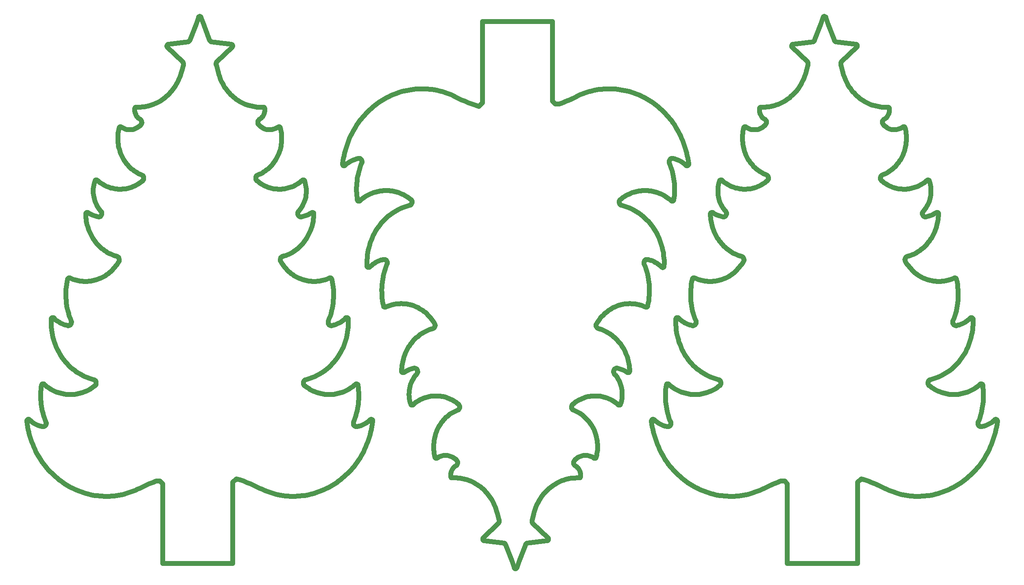
<source format=gko>
G04*
G04 #@! TF.GenerationSoftware,Altium Limited,Altium Designer,21.2.2 (38)*
G04*
G04 Layer_Color=16711935*
%FSLAX44Y44*%
%MOMM*%
G71*
G04*
G04 #@! TF.SameCoordinates,5FF3B01B-9308-42A9-B2BD-2142B56AF961*
G04*
G04*
G04 #@! TF.FilePolarity,Positive*
G04*
G01*
G75*
%ADD29C,1.0000*%
D29*
X1610076Y1613710D02*
X1617356Y1620989D01*
X1610076Y1444470D02*
Y1613710D01*
X1464077Y1444470D02*
X1610076D01*
X1450178Y1616203D02*
X1458344D01*
X1464077Y1610470D01*
Y1444470D02*
Y1610470D01*
X1181140Y1741437D02*
X1181167Y1740844D01*
X1181140Y1741437D02*
X1181197Y1741997D01*
X1181329Y1742520D01*
X1181531Y1743002D01*
X1182110Y1743826D01*
X1182873Y1744433D01*
X1183762Y1744789D01*
X1184234Y1744861D01*
X1184715Y1744857D01*
X1185197Y1744773D01*
X1185674Y1744604D01*
X1186136Y1744346D01*
X1186577Y1743994D01*
X1189536Y1741389D01*
X1192639Y1739013D01*
X1195874Y1736870D01*
X1199230Y1734966D01*
X1202696Y1733308D01*
X1206260Y1731900D01*
X1209910Y1730750D01*
X1213635Y1729862D01*
X1214558Y1729718D01*
X1215456Y1729713D01*
X1216321Y1729838D01*
X1217147Y1730083D01*
X1217925Y1730440D01*
X1218648Y1730898D01*
X1219308Y1731450D01*
X1219899Y1732085D01*
X1220412Y1732794D01*
X1220840Y1733569D01*
X1221176Y1734400D01*
X1221412Y1735278D01*
X1221541Y1736194D01*
X1221554Y1737138D01*
X1221445Y1738102D02*
X1221554Y1737138D01*
X1221207Y1739075D02*
X1221445Y1738102D01*
X1219374Y1743645D02*
X1221207Y1739075D01*
X1217705Y1748274D02*
X1219374Y1743645D01*
X1216201Y1752959D02*
X1217705Y1748274D01*
X1214862Y1757693D02*
X1216201Y1752959D01*
X1213688Y1762471D02*
X1214862Y1757693D01*
X1212680Y1767289D02*
X1213688Y1762471D01*
X1211839Y1772141D02*
X1212680Y1767289D01*
X1211166Y1777022D02*
X1211839Y1772141D01*
X1210661Y1781927D02*
X1211166Y1777022D01*
X1210324Y1786850D02*
X1210661Y1781927D01*
X1210157Y1791787D02*
X1210324Y1786850D01*
X1210157Y1791787D02*
X1210161Y1796733D01*
X1210334Y1801682D01*
X1210679Y1806628D01*
X1211196Y1811568D01*
X1211885Y1816496D01*
X1212250Y1817321D01*
X1212768Y1817988D01*
X1213406Y1818485D01*
X1214127Y1818803D01*
X1214897Y1818931D01*
X1215680Y1818858D01*
X1216442Y1818574D01*
X1217146Y1818068D01*
X1220060Y1815549D01*
X1223050Y1813187D01*
X1226110Y1810982D01*
X1229236Y1808934D01*
X1232422Y1807043D01*
X1235664Y1805309D01*
X1238958Y1803732D01*
X1242297Y1802314D01*
X1245678Y1801052D01*
X1249096Y1799949D01*
X1252546Y1799003D01*
X1256022Y1798215D01*
X1259521Y1797585D01*
X1263037Y1797113D01*
X1266566Y1796800D01*
X1270102Y1796644D01*
X1273641Y1796647D01*
X1277179Y1796809D01*
X1280709Y1797129D01*
X1284228Y1797608D01*
X1287731Y1798246D01*
X1291212Y1799043D01*
X1294668Y1799998D01*
X1298092Y1801113D01*
X1301481Y1802387D01*
X1304830Y1803821D01*
X1308133Y1805414D01*
X1311386Y1807166D01*
X1314584Y1809079D01*
X1317723Y1811151D01*
X1320796Y1813383D01*
X1323801Y1815774D01*
X1324357Y1816506D01*
X1324806Y1817284D01*
X1325150Y1818097D01*
X1325392Y1818937D01*
X1325535Y1819792D01*
X1325579Y1820652D01*
X1325529Y1821509D02*
X1325579Y1820652D01*
X1325385Y1822351D02*
X1325529Y1821509D01*
X1325151Y1823169D02*
X1325385Y1822351D01*
X1324828Y1823952D02*
X1325151Y1823169D01*
X1324420Y1824691D02*
X1324828Y1823952D01*
X1323928Y1825376D02*
X1324420Y1824691D01*
X1323354Y1825996D02*
X1323928Y1825376D01*
X1322702Y1826541D02*
X1323354Y1825996D01*
X1321972Y1827003D02*
X1322702Y1826541D01*
X1321169Y1827369D02*
X1321972Y1827003D01*
X1316141Y1828717D02*
X1321169Y1827369D01*
X1311214Y1830295D02*
X1316141Y1828717D01*
X1306392Y1832097D02*
X1311214Y1830295D01*
X1301681Y1834115D02*
X1306392Y1832097D01*
X1297084Y1836345D02*
X1301681Y1834115D01*
X1292605Y1838780D02*
X1297084Y1836345D01*
X1288250Y1841414D02*
X1292605Y1838780D01*
X1284021Y1844241D02*
X1288250Y1841414D01*
X1279925Y1847255D02*
X1284021Y1844241D01*
X1275964Y1850449D02*
X1279925Y1847255D01*
X1272144Y1853817D02*
X1275964Y1850449D01*
X1268468Y1857354D02*
X1272144Y1853817D01*
X1264942Y1861052D02*
X1268468Y1857354D01*
X1261569Y1864906D02*
X1264942Y1861052D01*
X1258353Y1868910D02*
X1261569Y1864906D01*
X1255300Y1873058D02*
X1258353Y1868910D01*
X1252413Y1877343D02*
X1255300Y1873058D01*
X1249696Y1881759D02*
X1252413Y1877343D01*
X1247155Y1886300D02*
X1249696Y1881759D01*
X1244793Y1890961D02*
X1247155Y1886300D01*
X1242615Y1895734D02*
X1244793Y1890961D01*
X1240625Y1900613D02*
X1242615Y1895734D01*
X1238828Y1905593D02*
X1240625Y1900613D01*
X1237227Y1910668D02*
X1238828Y1905593D01*
X1235828Y1915830D02*
X1237227Y1910668D01*
X1234633Y1921075D02*
X1235828Y1915830D01*
X1233649Y1926395D02*
X1234633Y1921075D01*
X1232879Y1931785D02*
X1233649Y1926395D01*
X1232327Y1937239D02*
X1232879Y1931785D01*
X1231999Y1942750D02*
X1232327Y1937239D01*
X1231897Y1948312D02*
X1231999Y1942750D01*
X1231897Y1948312D02*
X1232027Y1953919D01*
X1232216Y1954821D01*
X1232590Y1955602D01*
X1233118Y1956243D01*
X1233765Y1956725D01*
X1234499Y1957030D01*
X1235286Y1957137D01*
X1236092Y1957029D01*
X1236886Y1956685D01*
X1238454Y1955109D01*
X1240071Y1953601D01*
X1241737Y1952164D01*
X1243448Y1950797D01*
X1245202Y1949501D01*
X1246999Y1948280D01*
X1248835Y1947132D01*
X1250708Y1946059D01*
X1252617Y1945062D01*
X1254560Y1944142D01*
X1256534Y1943301D01*
X1258538Y1942539D01*
X1260569Y1941858D01*
X1262626Y1941258D01*
X1264707Y1940740D01*
X1266809Y1940306D01*
X1267705Y1940268D01*
X1268567Y1940355D01*
X1269389Y1940559D01*
X1270165Y1940872D01*
X1270889Y1941284D01*
X1271553Y1941787D01*
X1272153Y1942372D01*
X1272682Y1943030D01*
X1273133Y1943752D01*
X1273500Y1944531D01*
X1273778Y1945356D01*
X1273960Y1946219D01*
X1274039Y1947112D01*
X1274010Y1948025D02*
X1274039Y1947112D01*
X1273866Y1948950D02*
X1274010Y1948025D01*
X1273600Y1949878D02*
X1273866Y1948950D01*
X1271551Y1955040D02*
X1273600Y1949878D01*
X1269711Y1960274D02*
X1271551Y1955040D01*
X1268081Y1965573D02*
X1269711Y1960274D01*
X1266661Y1970930D02*
X1268081Y1965573D01*
X1265453Y1976338D02*
X1266661Y1970930D01*
X1264457Y1981788D02*
X1265453Y1976338D01*
X1263674Y1987274D02*
X1264457Y1981788D01*
X1263103Y1992789D02*
X1263674Y1987274D01*
X1262747Y1998324D02*
X1263103Y1992789D01*
X1262604Y2003873D02*
X1262747Y1998324D01*
X1262604Y2003873D02*
X1262676Y2009429D01*
X1262964Y2014983D01*
X1263468Y2020529D01*
X1264188Y2026059D01*
X1265126Y2031566D01*
X1266282Y2037042D01*
X1266540Y2037832D01*
X1266942Y2038508D01*
X1267464Y2039057D01*
X1268079Y2039466D01*
X1268760Y2039720D01*
X1269483Y2039807D01*
X1270221Y2039714D01*
X1270949Y2039427D01*
X1274477Y2037905D01*
X1278035Y2036571D01*
X1281619Y2035422D01*
X1285222Y2034458D01*
X1288839Y2033675D01*
X1292466Y2033073D01*
X1296098Y2032649D01*
X1299728Y2032402D01*
X1303352Y2032330D01*
X1306965Y2032431D01*
X1310561Y2032704D01*
X1314135Y2033146D01*
X1317683Y2033756D01*
X1321199Y2034532D01*
X1324678Y2035472D01*
X1328114Y2036574D01*
X1331503Y2037838D01*
X1334839Y2039259D01*
X1338118Y2040838D01*
X1341333Y2042572D01*
X1344480Y2044460D01*
X1347554Y2046499D01*
X1350549Y2048688D01*
X1353461Y2051025D01*
X1356283Y2053508D01*
X1359012Y2056136D01*
X1361642Y2058907D01*
X1364167Y2061818D01*
X1366582Y2064868D01*
X1368883Y2068056D01*
X1371064Y2071379D01*
X1373120Y2074836D01*
X1373506Y2076286D01*
X1373601Y2077742D01*
X1373423Y2079164D02*
X1373601Y2077742D01*
X1372991Y2080510D02*
X1373423Y2079164D01*
X1372322Y2081737D02*
X1372991Y2080510D01*
X1371434Y2082805D02*
X1372322Y2081737D01*
X1370347Y2083672D02*
X1371434Y2082805D01*
X1369734Y2084017D02*
X1370347Y2083672D01*
X1369078Y2084297D02*
X1369734Y2084017D01*
X1365566Y2085341D02*
X1369078Y2084297D01*
X1362122Y2086535D02*
X1365566Y2085341D01*
X1358749Y2087874D02*
X1362122Y2086535D01*
X1355448Y2089355D02*
X1358749Y2087874D01*
X1352223Y2090975D02*
X1355448Y2089355D01*
X1349077Y2092728D02*
X1352223Y2090975D01*
X1346012Y2094613D02*
X1349077Y2092728D01*
X1343030Y2096624D02*
X1346012Y2094613D01*
X1340136Y2098759D02*
X1343030Y2096624D01*
X1337331Y2101013D02*
X1340136Y2098759D01*
X1334618Y2103383D02*
X1337331Y2101013D01*
X1332000Y2105865D02*
X1334618Y2103383D01*
X1329480Y2108455D02*
X1332000Y2105865D01*
X1327061Y2111150D02*
X1329480Y2108455D01*
X1324744Y2113946D02*
X1327061Y2111150D01*
X1322534Y2116839D02*
X1324744Y2113946D01*
X1320432Y2119825D02*
X1322534Y2116839D01*
X1318442Y2122901D02*
X1320432Y2119825D01*
X1316566Y2126062D02*
X1318442Y2122901D01*
X1314806Y2129306D02*
X1316566Y2126062D01*
X1313167Y2132629D02*
X1314806Y2129306D01*
X1311650Y2136026D02*
X1313167Y2132629D01*
X1310258Y2139494D02*
X1311650Y2136026D01*
X1308994Y2143029D02*
X1310258Y2139494D01*
X1307860Y2146628D02*
X1308994Y2143029D01*
X1306860Y2150287D02*
X1307860Y2146628D01*
X1305996Y2154002D02*
X1306860Y2150287D01*
X1305271Y2157769D02*
X1305996Y2154002D01*
X1304688Y2161584D02*
X1305271Y2157769D01*
X1304249Y2165445D02*
X1304688Y2161584D01*
X1303957Y2169347D02*
X1304249Y2165445D01*
X1303815Y2173286D02*
X1303957Y2169347D01*
X1303815Y2173286D02*
X1304109Y2174211D01*
X1304594Y2174973D01*
X1305227Y2175558D01*
X1305969Y2175950D01*
X1306776Y2176134D01*
X1307608Y2176093D01*
X1308423Y2175813D01*
X1309180Y2175278D01*
X1311628Y2173780D01*
X1314134Y2172410D01*
X1316694Y2171169D01*
X1319304Y2170061D01*
X1321959Y2169087D01*
X1324654Y2168248D01*
X1327386Y2167547D01*
X1330151Y2166984D01*
X1331250Y2166982D01*
X1332281Y2167158D01*
X1333236Y2167497D01*
X1334108Y2167981D01*
X1334890Y2168593D01*
X1335574Y2169317D01*
X1336152Y2170137D01*
X1336619Y2171034D01*
X1336965Y2171992D01*
X1337184Y2172995D01*
X1337269Y2174025D01*
X1337212Y2175067D02*
X1337269Y2174025D01*
X1337005Y2176101D02*
X1337212Y2175067D01*
X1336642Y2177113D02*
X1337005Y2176101D01*
X1336116Y2178086D02*
X1336642Y2177113D01*
X1335418Y2179001D02*
X1336116Y2178086D01*
X1334008Y2180582D02*
X1335418Y2179001D01*
X1332661Y2182209D02*
X1334008Y2180582D01*
X1331377Y2183880D02*
X1332661Y2182209D01*
X1330155Y2185594D02*
X1331377Y2183880D01*
X1327902Y2189140D02*
X1330155Y2185594D01*
X1325904Y2192830D02*
X1327902Y2189140D01*
X1324166Y2196649D02*
X1325904Y2192830D01*
X1322691Y2200579D02*
X1324166Y2196649D01*
X1321481Y2204605D02*
X1322691Y2200579D01*
X1320540Y2208709D02*
X1321481Y2204605D01*
X1319872Y2212875D02*
X1320540Y2208709D01*
X1319479Y2217088D02*
X1319872Y2212875D01*
X1319364Y2221329D02*
X1319479Y2217088D01*
X1319364Y2221329D02*
X1319532Y2225583D01*
X1319984Y2229834D01*
X1320725Y2234065D01*
X1321758Y2238259D01*
X1322384Y2240337D01*
X1323085Y2242400D01*
X1323524Y2242899D01*
X1324030Y2243286D01*
X1324584Y2243560D01*
X1325171Y2243718D01*
X1325776Y2243757D01*
X1326380Y2243674D01*
X1326969Y2243467D01*
X1327526Y2243133D01*
X1330134Y2240918D01*
X1332808Y2238843D01*
X1335544Y2236909D01*
X1338337Y2235116D01*
X1341183Y2233464D01*
X1344078Y2231953D01*
X1347017Y2230584D01*
X1349996Y2229355D01*
X1353011Y2228268D01*
X1356057Y2227321D01*
X1359130Y2226516D01*
X1362226Y2225852D01*
X1365340Y2225329D01*
X1368469Y2224948D01*
X1371607Y2224708D01*
X1374750Y2224609D01*
X1377895Y2224652D01*
X1381036Y2224836D01*
X1384170Y2225162D01*
X1387292Y2225629D01*
X1390397Y2226238D01*
X1393482Y2226989D01*
X1396543Y2227881D01*
X1399574Y2228915D01*
X1402571Y2230090D01*
X1405531Y2231408D01*
X1408448Y2232867D01*
X1411319Y2234467D01*
X1414139Y2236210D01*
X1416904Y2238095D01*
X1419610Y2240122D01*
X1422251Y2242290D01*
X1422876Y2242920D01*
X1423406Y2243609D01*
X1423840Y2244347D01*
X1424181Y2245125D01*
X1424428Y2245932D01*
X1424583Y2246759D01*
X1424647Y2247596D01*
X1424619Y2248434D02*
X1424647Y2247596D01*
X1424503Y2249263D02*
X1424619Y2248434D01*
X1424297Y2250073D02*
X1424503Y2249263D01*
X1424003Y2250855D02*
X1424297Y2250073D01*
X1423621Y2251598D02*
X1424003Y2250855D01*
X1423154Y2252294D02*
X1423621Y2251598D01*
X1422600Y2252933D02*
X1423154Y2252294D01*
X1421962Y2253504D02*
X1422600Y2252933D01*
X1421240Y2253999D02*
X1421962Y2253504D01*
X1417760Y2255395D02*
X1421240Y2253999D01*
X1414381Y2256957D02*
X1417760Y2255395D01*
X1411105Y2258680D02*
X1414381Y2256957D01*
X1407934Y2260558D02*
X1411105Y2258680D01*
X1404873Y2262586D02*
X1407934Y2260558D01*
X1401923Y2264757D02*
X1404873Y2262586D01*
X1399087Y2267066D02*
X1401923Y2264757D01*
X1396369Y2269508D02*
X1399087Y2267066D01*
X1393770Y2272076D02*
X1396369Y2269508D01*
X1391294Y2274764D02*
X1393770Y2272076D01*
X1388943Y2277568D02*
X1391294Y2274764D01*
X1386721Y2280480D02*
X1388943Y2277568D01*
X1384629Y2283496D02*
X1386721Y2280480D01*
X1382672Y2286610D02*
X1384629Y2283496D01*
X1380851Y2289816D02*
X1382672Y2286610D01*
X1379169Y2293108D02*
X1380851Y2289816D01*
X1377629Y2296480D02*
X1379169Y2293108D01*
X1376234Y2299927D02*
X1377629Y2296480D01*
X1374987Y2303443D02*
X1376234Y2299927D01*
X1373890Y2307023D02*
X1374987Y2303443D01*
X1372946Y2310660D02*
X1373890Y2307023D01*
X1372159Y2314348D02*
X1372946Y2310660D01*
X1371530Y2318083D02*
X1372159Y2314348D01*
X1371063Y2321858D02*
X1371530Y2318083D01*
X1370759Y2325667D02*
X1371063Y2321858D01*
X1370623Y2329505D02*
X1370759Y2325667D01*
X1370623Y2329505D02*
X1370657Y2333366D01*
X1370864Y2337245D01*
X1371246Y2341135D01*
X1371806Y2345030D01*
X1372547Y2348926D01*
X1373472Y2352816D01*
X1373915Y2353479D01*
X1374462Y2353997D01*
X1375089Y2354364D01*
X1375768Y2354575D01*
X1376473Y2354626D01*
X1377177Y2354511D01*
X1377855Y2354226D01*
X1378480Y2353766D01*
X1380972Y2352241D01*
X1383542Y2350977D01*
X1386174Y2349971D01*
X1388853Y2349223D01*
X1391563Y2348729D01*
X1394290Y2348488D01*
X1397018Y2348497D01*
X1399732Y2348754D01*
X1402417Y2349258D01*
X1405058Y2350006D01*
X1407639Y2350997D01*
X1410145Y2352227D01*
X1412561Y2353696D01*
X1414872Y2355400D01*
X1417062Y2357338D01*
X1419117Y2359508D01*
X1419840Y2360773D01*
X1420296Y2362123D01*
X1420492Y2363515D01*
X1420433Y2364909D02*
X1420492Y2363515D01*
X1420125Y2366261D02*
X1420433Y2364909D01*
X1419575Y2367531D02*
X1420125Y2366261D01*
X1418789Y2368674D02*
X1419575Y2367531D01*
X1417772Y2369651D02*
X1418789Y2368674D01*
X1416304Y2370491D02*
X1417772Y2369651D01*
X1414918Y2371442D02*
X1416304Y2370491D01*
X1413616Y2372498D02*
X1414918Y2371442D01*
X1412402Y2373651D02*
X1413616Y2372498D01*
X1411280Y2374895D02*
X1412402Y2373651D01*
X1410252Y2376223D02*
X1411280Y2374895D01*
X1409324Y2377628D02*
X1410252Y2376223D01*
X1408498Y2379104D02*
X1409324Y2377628D01*
X1407777Y2380643D02*
X1408498Y2379104D01*
X1407166Y2382238D02*
X1407777Y2380643D01*
X1406667Y2383884D02*
X1407166Y2382238D01*
X1406284Y2385572D02*
X1406667Y2383884D01*
X1406022Y2387297D02*
X1406284Y2385572D01*
X1405882Y2389051D02*
X1406022Y2387297D01*
X1405869Y2390828D02*
X1405882Y2389051D01*
X1405869Y2390828D02*
X1405987Y2392620D01*
X1406147Y2393263D01*
X1406407Y2393848D01*
X1406754Y2394366D01*
X1407177Y2394806D01*
X1407666Y2395157D01*
X1408207Y2395411D01*
X1408790Y2395556D01*
X1409403Y2395583D01*
X1413490Y2395503D01*
X1417545Y2395614D01*
X1421565Y2395912D01*
X1425544Y2396394D01*
X1429480Y2397057D01*
X1433367Y2397897D01*
X1437200Y2398910D01*
X1440977Y2400094D01*
X1444693Y2401445D01*
X1448343Y2402959D01*
X1451923Y2404634D01*
X1455429Y2406465D01*
X1458857Y2408450D01*
X1462202Y2410584D01*
X1465461Y2412865D01*
X1468628Y2415289D01*
X1471700Y2417853D01*
X1474672Y2420554D01*
X1477541Y2423387D01*
X1480301Y2426350D01*
X1482949Y2429439D01*
X1485480Y2432650D01*
X1487891Y2435981D01*
X1490176Y2439428D01*
X1492332Y2442988D01*
X1494355Y2446656D01*
X1496239Y2450431D01*
X1497981Y2454307D01*
X1499577Y2458283D01*
X1501022Y2462354D01*
X1502313Y2466517D01*
X1503444Y2470770D01*
X1506884Y2483755D01*
X1507019Y2484554D01*
X1507070Y2485356D01*
X1507036Y2486155D02*
X1507070Y2485356D01*
X1506921Y2486942D02*
X1507036Y2486155D01*
X1506724Y2487710D02*
X1506921Y2486942D01*
X1506449Y2488452D02*
X1506724Y2487710D01*
X1506096Y2489159D02*
X1506449Y2488452D01*
X1505667Y2489825D02*
X1506096Y2489159D01*
X1473537Y2520708D02*
X1505667Y2489825D01*
X1473055Y2521597D02*
X1473537Y2520708D01*
X1472839Y2522538D02*
X1473055Y2521597D01*
X1472839Y2522538D02*
X1472868Y2523480D01*
X1473120Y2524373D01*
X1473575Y2525167D01*
X1474211Y2525811D01*
X1475008Y2526256D01*
X1475460Y2526388D01*
X1475944Y2526452D01*
X1517781Y2531669D01*
X1518655Y2532333D01*
X1519413Y2533136D01*
X1520042Y2534061D01*
X1520527Y2535090D01*
X1533925Y2569988D01*
X1538230Y2582656D01*
X1538747Y2583537D01*
X1539433Y2584168D01*
X1540233Y2584549D01*
X1541090Y2584679D01*
X1541949Y2584558D01*
X1542752Y2584186D01*
X1543444Y2583562D01*
X1543730Y2583156D01*
X1543968Y2582686D01*
X1548370Y2569988D01*
X1561768Y2535090D01*
X1562254Y2534061D01*
X1562883Y2533136D01*
X1563641Y2532333D01*
X1564514Y2531669D01*
X1606776Y2526423D01*
X1607265Y2526311D01*
X1607713Y2526128D01*
X1608473Y2525584D01*
X1609041Y2524850D01*
X1609399Y2523984D01*
X1609532Y2523047D01*
X1609424Y2522097D02*
X1609532Y2523047D01*
X1609059Y2521193D02*
X1609424Y2522097D01*
X1608775Y2520777D02*
X1609059Y2521193D01*
X1608420Y2520394D02*
X1608775Y2520777D01*
X1576629Y2489825D02*
X1608420Y2520394D01*
X1576200Y2489159D02*
X1576629Y2489825D01*
X1575847Y2488452D02*
X1576200Y2489159D01*
X1575571Y2487710D02*
X1575847Y2488452D01*
X1575375Y2486942D02*
X1575571Y2487710D01*
X1575260Y2486155D02*
X1575375Y2486942D01*
X1575226Y2485356D02*
X1575260Y2486155D01*
X1575226Y2485356D02*
X1575276Y2484554D01*
X1575412Y2483755D01*
X1579687Y2467580D01*
X1580867Y2463458D01*
X1582199Y2459425D01*
X1583680Y2455483D01*
X1585304Y2451637D01*
X1587069Y2447889D01*
X1588969Y2444243D01*
X1591001Y2440701D01*
X1593161Y2437268D01*
X1595444Y2433945D01*
X1597847Y2430737D01*
X1600365Y2427646D01*
X1602993Y2424676D01*
X1605729Y2421830D01*
X1608568Y2419111D01*
X1611505Y2416523D01*
X1614538Y2414067D01*
X1617660Y2411749D01*
X1620869Y2409570D01*
X1624160Y2407535D01*
X1627529Y2405645D01*
X1630973Y2403905D01*
X1634486Y2402318D01*
X1638065Y2400887D01*
X1641705Y2399615D01*
X1645403Y2398504D01*
X1649155Y2397560D01*
X1652955Y2396784D01*
X1656801Y2396180D01*
X1660688Y2395750D01*
X1664612Y2395499D01*
X1668568Y2395430D01*
X1672553Y2395545D01*
X1673219Y2395585D01*
X1673860Y2395483D01*
X1674460Y2395251D01*
X1675004Y2394901D01*
X1675477Y2394444D01*
X1675863Y2393895D01*
X1676148Y2393264D01*
X1676316Y2392563D01*
X1676429Y2390774D01*
X1676412Y2389001D02*
X1676429Y2390774D01*
X1676269Y2387251D02*
X1676412Y2389001D01*
X1676004Y2385530D02*
X1676269Y2387251D01*
X1675619Y2383846D02*
X1676004Y2385530D01*
X1675119Y2382205D02*
X1675619Y2383846D01*
X1674506Y2380613D02*
X1675119Y2382205D01*
X1673785Y2379078D02*
X1674506Y2380613D01*
X1672959Y2377607D02*
X1673785Y2379078D01*
X1672031Y2376206D02*
X1672959Y2377607D01*
X1671005Y2374881D02*
X1672031Y2376206D01*
X1669884Y2373641D02*
X1671005Y2374881D01*
X1668672Y2372491D02*
X1669884Y2373641D01*
X1667372Y2371438D02*
X1668672Y2372491D01*
X1665988Y2370489D02*
X1667372Y2371438D01*
X1664524Y2369651D02*
X1665988Y2370489D01*
X1663507Y2368674D02*
X1664524Y2369651D01*
X1662721Y2367531D02*
X1663507Y2368674D01*
X1662171Y2366261D02*
X1662721Y2367531D01*
X1661863Y2364909D02*
X1662171Y2366261D01*
X1661804Y2363515D02*
X1661863Y2364909D01*
X1661804Y2363515D02*
X1661999Y2362123D01*
X1662456Y2360773D01*
X1663178Y2359508D01*
X1665280Y2357293D01*
X1667522Y2355320D01*
X1669889Y2353593D01*
X1672363Y2352112D01*
X1674930Y2350879D01*
X1677572Y2349898D01*
X1680273Y2349169D01*
X1683017Y2348694D01*
X1685789Y2348477D01*
X1688571Y2348518D01*
X1691347Y2348820D01*
X1694102Y2349384D01*
X1696820Y2350213D01*
X1699483Y2351308D01*
X1702076Y2352671D01*
X1704582Y2354306D01*
X1705213Y2354531D01*
X1705854Y2354613D01*
X1706486Y2354559D01*
X1707093Y2354376D01*
X1707656Y2354071D01*
X1708158Y2353653D01*
X1708582Y2353127D01*
X1708910Y2352501D01*
X1709818Y2348619D01*
X1710542Y2344731D01*
X1711087Y2340844D01*
X1711455Y2336963D01*
X1711649Y2333094D01*
X1711670Y2329243D01*
X1711523Y2325416D02*
X1711670Y2329243D01*
X1711210Y2321617D02*
X1711523Y2325416D01*
X1710733Y2317854D02*
X1711210Y2321617D01*
X1710096Y2314131D02*
X1710733Y2317854D01*
X1709301Y2310454D02*
X1710096Y2314131D01*
X1708351Y2306829D02*
X1709301Y2310454D01*
X1707249Y2303262D02*
X1708351Y2306829D01*
X1705998Y2299758D02*
X1707249Y2303262D01*
X1704599Y2296323D02*
X1705998Y2299758D01*
X1703057Y2292962D02*
X1704599Y2296323D01*
X1701373Y2289682D02*
X1703057Y2292962D01*
X1699551Y2286489D02*
X1701373Y2289682D01*
X1697594Y2283387D02*
X1699551Y2286489D01*
X1695503Y2280382D02*
X1697594Y2283387D01*
X1693282Y2277480D02*
X1695503Y2280382D01*
X1690934Y2274688D02*
X1693282Y2277480D01*
X1688462Y2272010D02*
X1690934Y2274688D01*
X1685867Y2269452D02*
X1688462Y2272010D01*
X1683153Y2267020D02*
X1685867Y2269452D01*
X1680323Y2264719D02*
X1683153Y2267020D01*
X1677380Y2262556D02*
X1680323Y2264719D01*
X1674325Y2260536D02*
X1677380Y2262556D01*
X1671163Y2258665D02*
X1674325Y2260536D01*
X1667895Y2256948D02*
X1671163Y2258665D01*
X1664525Y2255391D02*
X1667895Y2256948D01*
X1661055Y2253999D02*
X1664525Y2255391D01*
X1660334Y2253504D02*
X1661055Y2253999D01*
X1659695Y2252933D02*
X1660334Y2253504D01*
X1659142Y2252294D02*
X1659695Y2252933D01*
X1658674Y2251598D02*
X1659142Y2252294D01*
X1658293Y2250855D02*
X1658674Y2251598D01*
X1657999Y2250073D02*
X1658293Y2250855D01*
X1657793Y2249263D02*
X1657999Y2250073D01*
X1657676Y2248434D02*
X1657793Y2249263D01*
X1657649Y2247596D02*
X1657676Y2248434D01*
X1657649Y2247596D02*
X1657713Y2246759D01*
X1657867Y2245932D01*
X1658115Y2245125D01*
X1658455Y2244347D01*
X1658890Y2243609D01*
X1659419Y2242920D01*
X1660044Y2242290D01*
X1662693Y2240116D01*
X1665405Y2238085D01*
X1668177Y2236197D01*
X1671004Y2234451D01*
X1673882Y2232848D01*
X1676807Y2231388D01*
X1679774Y2230070D01*
X1682779Y2228894D01*
X1685817Y2227861D01*
X1688885Y2226970D01*
X1691977Y2226221D01*
X1695090Y2225614D01*
X1698220Y2225150D01*
X1701361Y2224828D01*
X1704509Y2224648D01*
X1707660Y2224610D01*
X1710811Y2224715D01*
X1713955Y2224961D01*
X1717090Y2225349D01*
X1720210Y2225879D01*
X1723311Y2226551D01*
X1726390Y2227364D01*
X1729441Y2228320D01*
X1732460Y2229417D01*
X1735443Y2230656D01*
X1738386Y2232036D01*
X1741284Y2233558D01*
X1744132Y2235222D01*
X1746927Y2237027D01*
X1749664Y2238974D01*
X1752339Y2241062D01*
X1754948Y2243291D01*
X1755504Y2243574D01*
X1756085Y2243736D01*
X1756674Y2243781D01*
X1757258Y2243712D01*
X1757821Y2243533D01*
X1758349Y2243246D01*
X1758828Y2242854D01*
X1759243Y2242362D01*
X1760565Y2238224D01*
X1761592Y2234034D01*
X1762328Y2229807D01*
X1762777Y2225560D01*
X1762941Y2221311D01*
X1762824Y2217074D02*
X1762941Y2221311D01*
X1762428Y2212866D02*
X1762824Y2217074D01*
X1761758Y2208704D02*
X1762428Y2212866D01*
X1760816Y2204604D02*
X1761758Y2208704D01*
X1759605Y2200582D02*
X1760816Y2204604D01*
X1758129Y2196656D02*
X1759605Y2200582D01*
X1756391Y2192841D02*
X1758129Y2196656D01*
X1754395Y2189153D02*
X1756391Y2192841D01*
X1752142Y2185609D02*
X1754395Y2189153D01*
X1750921Y2183896D02*
X1752142Y2185609D01*
X1749637Y2182225D02*
X1750921Y2183896D01*
X1748291Y2180599D02*
X1749637Y2182225D01*
X1746884Y2179019D02*
X1748291Y2180599D01*
X1746185Y2178100D02*
X1746884Y2179019D01*
X1745657Y2177125D02*
X1746185Y2178100D01*
X1745294Y2176111D02*
X1745657Y2177125D01*
X1745087Y2175074D02*
X1745294Y2176111D01*
X1745029Y2174031D02*
X1745087Y2175074D01*
X1745029Y2174031D02*
X1745114Y2172999D01*
X1745334Y2171995D01*
X1745681Y2171035D01*
X1746148Y2170137D01*
X1746729Y2169317D01*
X1747414Y2168591D01*
X1748198Y2167978D01*
X1749073Y2167493D01*
X1750032Y2167153D01*
X1751067Y2166976D01*
X1752171Y2166977D01*
X1755035Y2167558D01*
X1757861Y2168288D01*
X1760647Y2169165D01*
X1763386Y2170186D01*
X1766076Y2171350D01*
X1768711Y2172655D01*
X1771286Y2174098D01*
X1773799Y2175677D01*
X1774516Y2175979D01*
X1775248Y2176091D01*
X1775969Y2176024D01*
X1776653Y2175791D01*
X1777275Y2175404D01*
X1777809Y2174875D01*
X1778229Y2174217D01*
X1778510Y2173441D01*
X1778375Y2169495D02*
X1778510Y2173441D01*
X1778090Y2165585D02*
X1778375Y2169495D01*
X1777658Y2161717D02*
X1778090Y2165585D01*
X1777080Y2157893D02*
X1777658Y2161717D01*
X1776360Y2154118D02*
X1777080Y2157893D01*
X1775501Y2150396D02*
X1776360Y2154118D01*
X1774505Y2146729D02*
X1775501Y2150396D01*
X1773376Y2143122D02*
X1774505Y2146729D01*
X1772115Y2139579D02*
X1773376Y2143122D01*
X1770725Y2136103D02*
X1772115Y2139579D01*
X1769210Y2132698D02*
X1770725Y2136103D01*
X1767572Y2129368D02*
X1769210Y2132698D01*
X1765813Y2126116D02*
X1767572Y2129368D01*
X1763938Y2122947D02*
X1765813Y2126116D01*
X1761947Y2119864D02*
X1763938Y2122947D01*
X1759845Y2116871D02*
X1761947Y2119864D01*
X1757633Y2113972D02*
X1759845Y2116871D01*
X1755315Y2111170D02*
X1757633Y2113972D01*
X1752894Y2108469D02*
X1755315Y2111170D01*
X1750371Y2105873D02*
X1752894Y2108469D01*
X1747751Y2103385D02*
X1750371Y2105873D01*
X1745034Y2101010D02*
X1747751Y2103385D01*
X1742225Y2098752D02*
X1745034Y2101010D01*
X1739327Y2096613D02*
X1742225Y2098752D01*
X1736341Y2094598D02*
X1739327Y2096613D01*
X1733271Y2092710D02*
X1736341Y2094598D01*
X1730119Y2090954D02*
X1733271Y2092710D01*
X1726888Y2089332D02*
X1730119Y2090954D01*
X1723581Y2087849D02*
X1726888Y2089332D01*
X1720201Y2086509D02*
X1723581Y2087849D01*
X1716750Y2085315D02*
X1720201Y2086509D01*
X1713231Y2084271D02*
X1716750Y2085315D01*
X1712572Y2083996D02*
X1713231Y2084271D01*
X1711957Y2083655D02*
X1712572Y2083996D01*
X1710867Y2082794D02*
X1711957Y2083655D01*
X1709977Y2081731D02*
X1710867Y2082794D01*
X1709306Y2080507D02*
X1709977Y2081731D01*
X1708871Y2079165D02*
X1709306Y2080507D01*
X1708691Y2077745D02*
X1708871Y2079165D01*
X1708691Y2077745D02*
X1708784Y2076291D01*
X1708939Y2075563D01*
X1709168Y2074843D01*
X1711226Y2071382D01*
X1713409Y2068056D01*
X1715713Y2064865D01*
X1718132Y2061811D01*
X1720660Y2058898D01*
X1723294Y2056125D01*
X1726026Y2053495D01*
X1728853Y2051011D01*
X1731769Y2048673D01*
X1734769Y2046483D01*
X1737847Y2044444D01*
X1740999Y2042556D01*
X1744219Y2040823D01*
X1747503Y2039245D01*
X1750844Y2037824D01*
X1754238Y2036563D01*
X1757679Y2035463D01*
X1761163Y2034525D01*
X1764684Y2033752D01*
X1768237Y2033146D01*
X1771816Y2032707D01*
X1775417Y2032439D01*
X1779035Y2032342D01*
X1782663Y2032419D01*
X1786298Y2032672D01*
X1789933Y2033101D01*
X1793564Y2033710D01*
X1797185Y2034499D01*
X1800792Y2035470D01*
X1804378Y2036627D01*
X1807940Y2037969D01*
X1811470Y2039499D01*
X1812216Y2039750D01*
X1812963Y2039803D01*
X1813686Y2039675D01*
X1814359Y2039381D01*
X1814958Y2038935D01*
X1815455Y2038352D01*
X1815825Y2037647D01*
X1816042Y2036836D01*
X1817187Y2031371D01*
X1818115Y2025876D01*
X1818828Y2020357D01*
X1819324Y2014824D01*
X1819606Y2009282D01*
X1819673Y2003740D01*
X1819526Y1998203D02*
X1819673Y2003740D01*
X1819166Y1992681D02*
X1819526Y1998203D01*
X1818594Y1987180D02*
X1819166Y1992681D01*
X1817809Y1981707D02*
X1818594Y1987180D01*
X1816814Y1976270D02*
X1817809Y1981707D01*
X1815607Y1970876D02*
X1816814Y1976270D01*
X1814191Y1965532D02*
X1815607Y1970876D01*
X1812565Y1960246D02*
X1814191Y1965532D01*
X1810729Y1955024D02*
X1812565Y1960246D01*
X1808686Y1949875D02*
X1810729Y1955024D01*
X1808423Y1948948D02*
X1808686Y1949875D01*
X1808280Y1948023D02*
X1808423Y1948948D01*
X1808252Y1947110D02*
X1808280Y1948023D01*
X1808252Y1947110D02*
X1808333Y1946218D01*
X1808516Y1945355D01*
X1808795Y1944530D01*
X1809164Y1943751D01*
X1809617Y1943029D01*
X1810148Y1942370D01*
X1810750Y1941785D01*
X1811418Y1941281D01*
X1812144Y1940868D01*
X1812924Y1940555D01*
X1813750Y1940349D01*
X1814617Y1940261D01*
X1815519Y1940298D01*
X1817552Y1940713D01*
X1819564Y1941207D01*
X1821553Y1941777D01*
X1823519Y1942424D01*
X1825459Y1943145D01*
X1827372Y1943940D01*
X1829255Y1944809D01*
X1831107Y1945750D01*
X1832926Y1946762D01*
X1834711Y1947845D01*
X1836460Y1948997D01*
X1838170Y1950217D01*
X1839841Y1951505D01*
X1841470Y1952860D01*
X1843056Y1954280D01*
X1844596Y1955764D01*
X1844991Y1956176D01*
X1845419Y1956498D01*
X1845870Y1956733D01*
X1846339Y1956885D01*
X1846815Y1956957D01*
X1847293Y1956952D01*
X1848217Y1956725D01*
X1849046Y1956230D01*
X1849718Y1955495D01*
X1849975Y1955044D01*
X1850168Y1954543D01*
X1850290Y1953996D01*
X1850333Y1953404D01*
X1850441Y1947814D01*
X1850319Y1942270D02*
X1850441Y1947814D01*
X1849972Y1936778D02*
X1850319Y1942270D01*
X1849404Y1931343D02*
X1849972Y1936778D01*
X1848618Y1925973D02*
X1849404Y1931343D01*
X1847620Y1920672D02*
X1848618Y1925973D01*
X1846414Y1915447D02*
X1847620Y1920672D01*
X1845003Y1910305D02*
X1846414Y1915447D01*
X1843393Y1905251D02*
X1845003Y1910305D01*
X1841587Y1900291D02*
X1843393Y1905251D01*
X1839590Y1895432D02*
X1841587Y1900291D01*
X1837407Y1890679D02*
X1839590Y1895432D01*
X1835041Y1886038D02*
X1837407Y1890679D01*
X1832496Y1881517D02*
X1835041Y1886038D01*
X1829778Y1877120D02*
X1832496Y1881517D01*
X1826891Y1872854D02*
X1829778Y1877120D01*
X1823838Y1868725D02*
X1826891Y1872854D01*
X1820624Y1864740D02*
X1823838Y1868725D01*
X1817254Y1860903D02*
X1820624Y1864740D01*
X1813731Y1857221D02*
X1817254Y1860903D01*
X1810060Y1853701D02*
X1813731Y1857221D01*
X1806246Y1850349D02*
X1810060Y1853701D01*
X1802292Y1847170D02*
X1806246Y1850349D01*
X1798203Y1844170D02*
X1802292Y1847170D01*
X1793984Y1841356D02*
X1798203Y1844170D01*
X1789638Y1838734D02*
X1793984Y1841356D01*
X1785170Y1836310D02*
X1789638Y1838734D01*
X1780583Y1834090D02*
X1785170Y1836310D01*
X1775884Y1832080D02*
X1780583Y1834090D01*
X1771075Y1830286D02*
X1775884Y1832080D01*
X1766162Y1828714D02*
X1771075Y1830286D01*
X1761148Y1827370D02*
X1766162Y1828714D01*
X1760341Y1827004D02*
X1761148Y1827370D01*
X1759608Y1826542D02*
X1760341Y1827004D01*
X1758953Y1825997D02*
X1759608Y1826542D01*
X1758378Y1825376D02*
X1758953Y1825997D01*
X1757885Y1824692D02*
X1758378Y1825376D01*
X1757476Y1823953D02*
X1757885Y1824692D01*
X1757153Y1823171D02*
X1757476Y1823953D01*
X1756920Y1822354D02*
X1757153Y1823171D01*
X1756779Y1821513D02*
X1756920Y1822354D01*
X1756732Y1820658D02*
X1756779Y1821513D01*
X1756732Y1820658D02*
X1756780Y1819798D01*
X1756928Y1818946D01*
X1757177Y1818109D01*
X1757529Y1817298D01*
X1757986Y1816524D01*
X1758553Y1815796D01*
X1761555Y1813411D01*
X1764626Y1811186D01*
X1767761Y1809120D01*
X1770956Y1807212D01*
X1774205Y1805463D01*
X1777504Y1803873D01*
X1780847Y1802442D01*
X1784231Y1801169D01*
X1787650Y1800055D01*
X1791100Y1799099D01*
X1794576Y1798301D01*
X1798073Y1797661D01*
X1801586Y1797179D01*
X1805110Y1796856D01*
X1808641Y1796690D01*
X1812174Y1796682D01*
X1815705Y1796831D01*
X1819227Y1797139D01*
X1822738Y1797603D01*
X1826231Y1798225D01*
X1829702Y1799005D01*
X1833146Y1799941D01*
X1836559Y1801035D01*
X1839936Y1802286D01*
X1843271Y1803694D01*
X1846561Y1805258D01*
X1849800Y1806980D01*
X1852984Y1808858D01*
X1856107Y1810892D01*
X1859166Y1813083D01*
X1862155Y1815431D01*
X1865069Y1817934D01*
X1865823Y1818510D01*
X1866644Y1818822D01*
X1867490Y1818887D01*
X1868315Y1818719D01*
X1869075Y1818335D01*
X1869727Y1817749D01*
X1870226Y1816977D01*
X1870528Y1816034D01*
X1871198Y1811133D01*
X1871696Y1806222D01*
X1872025Y1801304D01*
X1872185Y1796384D01*
X1872176Y1791468D02*
X1872185Y1796384D01*
X1871999Y1786561D02*
X1872176Y1791468D01*
X1871654Y1781667D02*
X1871999Y1786561D01*
X1871142Y1776793D02*
X1871654Y1781667D01*
X1870464Y1771942D02*
X1871142Y1776793D01*
X1869621Y1767120D02*
X1870464Y1771942D01*
X1868612Y1762332D02*
X1869621Y1767120D01*
X1867439Y1757583D02*
X1868612Y1762332D01*
X1866101Y1752879D02*
X1867439Y1757583D01*
X1864600Y1748223D02*
X1866101Y1752879D01*
X1862937Y1743622D02*
X1864600Y1748223D01*
X1861111Y1739079D02*
X1862937Y1743622D01*
X1860868Y1738103D02*
X1861111Y1739079D01*
X1860756Y1737138D02*
X1860868Y1738103D01*
X1860756Y1737138D02*
X1860767Y1736192D01*
X1860894Y1735274D01*
X1861129Y1734395D01*
X1861465Y1733562D01*
X1861893Y1732787D01*
X1862407Y1732076D01*
X1862999Y1731441D01*
X1863661Y1730889D01*
X1864386Y1730431D01*
X1865166Y1730075D01*
X1865994Y1729830D01*
X1866862Y1729707D01*
X1867763Y1729713D01*
X1868689Y1729859D01*
X1872361Y1730729D01*
X1875961Y1731854D01*
X1879476Y1733230D01*
X1882897Y1734850D01*
X1886212Y1736708D01*
X1889411Y1738801D01*
X1892482Y1741121D01*
X1895414Y1743663D01*
X1895839Y1744103D01*
X1896298Y1744439D01*
X1896782Y1744675D01*
X1897281Y1744816D01*
X1897787Y1744867D01*
X1898289Y1744833D01*
X1898779Y1744718D01*
X1899248Y1744526D01*
X1899686Y1744263D01*
X1900084Y1743933D01*
X1900433Y1743540D01*
X1900723Y1743089D01*
X1900946Y1742586D01*
X1901092Y1742034D01*
X1901153Y1741437D01*
X1901117Y1740802D02*
X1901153Y1741437D01*
X1900320Y1735082D02*
X1901117Y1740802D01*
X1899368Y1729442D02*
X1900320Y1735082D01*
X1898265Y1723883D02*
X1899368Y1729442D01*
X1897013Y1718406D02*
X1898265Y1723883D01*
X1895616Y1713014D02*
X1897013Y1718406D01*
X1894076Y1707707D02*
X1895616Y1713014D01*
X1892397Y1702489D02*
X1894076Y1707707D01*
X1890581Y1697359D02*
X1892397Y1702489D01*
X1888631Y1692321D02*
X1890581Y1697359D01*
X1886550Y1687376D02*
X1888631Y1692321D01*
X1884341Y1682525D02*
X1886550Y1687376D01*
X1882007Y1677769D02*
X1884341Y1682525D01*
X1879551Y1673112D02*
X1882007Y1677769D01*
X1876976Y1668554D02*
X1879551Y1673112D01*
X1874284Y1664097D02*
X1876976Y1668554D01*
X1871479Y1659742D02*
X1874284Y1664097D01*
X1868564Y1655492D02*
X1871479Y1659742D01*
X1865541Y1651348D02*
X1868564Y1655492D01*
X1862414Y1647311D02*
X1865541Y1651348D01*
X1859185Y1643384D02*
X1862414Y1647311D01*
X1855857Y1639568D02*
X1859185Y1643384D01*
X1852434Y1635864D02*
X1855857Y1639568D01*
X1848918Y1632275D02*
X1852434Y1635864D01*
X1845311Y1628802D02*
X1848918Y1632275D01*
X1841618Y1625446D02*
X1845311Y1628802D01*
X1837841Y1622210D02*
X1841618Y1625446D01*
X1833982Y1619095D02*
X1837841Y1622210D01*
X1830045Y1616102D02*
X1833982Y1619095D01*
X1826033Y1613233D02*
X1830045Y1616102D01*
X1821948Y1610491D02*
X1826033Y1613233D01*
X1817794Y1607876D02*
X1821948Y1610491D01*
X1813574Y1605391D02*
X1817794Y1607876D01*
X1809290Y1603037D02*
X1813574Y1605391D01*
X1804945Y1600815D02*
X1809290Y1603037D01*
X1800542Y1598727D02*
X1804945Y1600815D01*
X1796085Y1596776D02*
X1800542Y1598727D01*
X1791576Y1594962D02*
X1796085Y1596776D01*
X1787017Y1593287D02*
X1791576Y1594962D01*
X1782413Y1591753D02*
X1787017Y1593287D01*
X1777766Y1590362D02*
X1782413Y1591753D01*
X1773078Y1589115D02*
X1777766Y1590362D01*
X1768353Y1588015D02*
X1773078Y1589115D01*
X1763593Y1587061D02*
X1768353Y1588015D01*
X1758803Y1586258D02*
X1763593Y1587061D01*
X1753983Y1585605D02*
X1758803Y1586258D01*
X1749139Y1585104D02*
X1753983Y1585605D01*
X1744271Y1584758D02*
X1749139Y1585104D01*
X1739384Y1584568D02*
X1744271Y1584758D01*
X1734480Y1584535D02*
X1739384Y1584568D01*
X1729562Y1584662D02*
X1734480Y1584535D01*
X1724633Y1584950D02*
X1729562Y1584662D01*
X1719696Y1585400D02*
X1724633Y1584950D01*
X1714754Y1586015D02*
X1719696Y1585400D01*
X1709810Y1586795D02*
X1714754Y1586015D01*
X1704866Y1587743D02*
X1709810Y1586795D01*
X1699927Y1588860D02*
X1704866Y1587743D01*
X1694994Y1590148D02*
X1699927Y1588860D01*
X1690070Y1591609D02*
X1694994Y1590148D01*
X1685159Y1593244D02*
X1690070Y1591609D01*
X1680263Y1595055D02*
X1685159Y1593244D01*
X1675385Y1597044D02*
X1680263Y1595055D01*
X1670529Y1599211D02*
X1675385Y1597044D01*
X1665697Y1601560D02*
X1670529Y1599211D01*
X1660892Y1604091D02*
X1665697Y1601560D01*
X1653800Y1607435D02*
X1660892Y1604091D01*
X1646637Y1610568D02*
X1653800Y1607435D01*
X1639407Y1613492D02*
X1646637Y1610568D01*
X1632115Y1616203D02*
X1639407Y1613492D01*
X1624763Y1618703D02*
X1632115Y1616203D01*
X1617356Y1620989D02*
X1624763Y1618703D01*
X1442884Y1613491D02*
X1450178Y1616203D01*
X1435654Y1610568D02*
X1442884Y1613491D01*
X1428490Y1607434D02*
X1435654Y1610568D01*
X1421396Y1604090D02*
X1428490Y1607434D01*
X1416590Y1601559D02*
X1421396Y1604090D01*
X1411757Y1599210D02*
X1416590Y1601559D01*
X1406900Y1597042D02*
X1411757Y1599210D01*
X1402021Y1595053D02*
X1406900Y1597042D01*
X1397125Y1593242D02*
X1402021Y1595053D01*
X1392213Y1591606D02*
X1397125Y1593242D01*
X1387288Y1590146D02*
X1392213Y1591606D01*
X1382354Y1588857D02*
X1387288Y1590146D01*
X1377413Y1587740D02*
X1382354Y1588857D01*
X1372469Y1586792D02*
X1377413Y1587740D01*
X1367524Y1586012D02*
X1372469Y1586792D01*
X1362581Y1585397D02*
X1367524Y1586012D01*
X1357643Y1584947D02*
X1362581Y1585397D01*
X1352713Y1584660D02*
X1357643Y1584947D01*
X1347795Y1584534D02*
X1352713Y1584660D01*
X1342890Y1584566D02*
X1347795Y1584534D01*
X1338002Y1584757D02*
X1342890Y1584566D01*
X1333134Y1585103D02*
X1338002Y1584757D01*
X1328288Y1585604D02*
X1333134Y1585103D01*
X1323468Y1586258D02*
X1328288Y1585604D01*
X1318677Y1587062D02*
X1323468Y1586258D01*
X1313917Y1588016D02*
X1318677Y1587062D01*
X1309191Y1589117D02*
X1313917Y1588016D01*
X1304503Y1590365D02*
X1309191Y1589117D01*
X1299855Y1591756D02*
X1304503Y1590365D01*
X1295250Y1593291D02*
X1299855Y1591756D01*
X1290692Y1594966D02*
X1295250Y1593291D01*
X1286182Y1596781D02*
X1290692Y1594966D01*
X1281724Y1598733D02*
X1286182Y1596781D01*
X1277321Y1600821D02*
X1281724Y1598733D01*
X1272976Y1603044D02*
X1277321Y1600821D01*
X1268692Y1605399D02*
X1272976Y1603044D01*
X1264471Y1607886D02*
X1268692Y1605399D01*
X1260317Y1610501D02*
X1264471Y1607886D01*
X1256232Y1613244D02*
X1260317Y1610501D01*
X1252220Y1616114D02*
X1256232Y1613244D01*
X1248283Y1619107D02*
X1252220Y1616114D01*
X1244425Y1622224D02*
X1248283Y1619107D01*
X1240647Y1625461D02*
X1244425Y1622224D01*
X1236954Y1628817D02*
X1240647Y1625461D01*
X1233348Y1632292D02*
X1236954Y1628817D01*
X1229832Y1635882D02*
X1233348Y1632292D01*
X1226408Y1639587D02*
X1229832Y1635882D01*
X1223081Y1643404D02*
X1226408Y1639587D01*
X1219852Y1647332D02*
X1223081Y1643404D01*
X1216725Y1651370D02*
X1219852Y1647332D01*
X1213703Y1655515D02*
X1216725Y1651370D01*
X1210788Y1659766D02*
X1213703Y1655515D01*
X1207984Y1664122D02*
X1210788Y1659766D01*
X1205293Y1668580D02*
X1207984Y1664122D01*
X1202719Y1673139D02*
X1205293Y1668580D01*
X1200263Y1677798D02*
X1202719Y1673139D01*
X1197930Y1682554D02*
X1200263Y1677798D01*
X1195722Y1687407D02*
X1197930Y1682554D01*
X1193642Y1692354D02*
X1195722Y1687407D01*
X1191693Y1697393D02*
X1193642Y1692354D01*
X1189878Y1702523D02*
X1191693Y1697393D01*
X1188200Y1707743D02*
X1189878Y1702523D01*
X1186661Y1713050D02*
X1188200Y1707743D01*
X1185266Y1718444D02*
X1186661Y1713050D01*
X1184015Y1723922D02*
X1185266Y1718444D01*
X1182913Y1729482D02*
X1184015Y1723922D01*
X1181963Y1735123D02*
X1182913Y1729482D01*
X1181167Y1740844D02*
X1181963Y1735123D01*
X2910089Y1613710D02*
X2917369Y1620989D01*
X2910089Y1444470D02*
Y1613710D01*
X2764089Y1444470D02*
X2910089D01*
X2750191Y1616203D02*
X2758356D01*
X2764089Y1610470D01*
Y1444470D02*
Y1610470D01*
X2481153Y1741437D02*
X2481180Y1740844D01*
X2481153Y1741437D02*
X2481209Y1741997D01*
X2481342Y1742520D01*
X2481543Y1743002D01*
X2482122Y1743826D01*
X2482886Y1744433D01*
X2483774Y1744789D01*
X2484247Y1744861D01*
X2484728Y1744857D01*
X2485210Y1744773D01*
X2485686Y1744604D01*
X2486148Y1744346D01*
X2486589Y1743994D01*
X2489548Y1741389D01*
X2492651Y1739013D01*
X2495887Y1736870D01*
X2499243Y1734966D01*
X2502709Y1733308D01*
X2506272Y1731900D01*
X2509922Y1730750D01*
X2513647Y1729862D01*
X2514570Y1729718D01*
X2515468Y1729713D01*
X2516334Y1729838D01*
X2517159Y1730083D01*
X2517937Y1730440D01*
X2518660Y1730898D01*
X2519321Y1731450D01*
X2519912Y1732085D01*
X2520425Y1732794D01*
X2520853Y1733569D01*
X2521189Y1734400D01*
X2521425Y1735278D01*
X2521553Y1736194D01*
X2521567Y1737138D01*
X2521458Y1738102D02*
X2521567Y1737138D01*
X2521219Y1739075D02*
X2521458Y1738102D01*
X2519387Y1743645D02*
X2521219Y1739075D01*
X2517718Y1748274D02*
X2519387Y1743645D01*
X2516214Y1752959D02*
X2517718Y1748274D01*
X2514874Y1757693D02*
X2516214Y1752959D01*
X2513700Y1762471D02*
X2514874Y1757693D01*
X2512693Y1767289D02*
X2513700Y1762471D01*
X2511852Y1772141D02*
X2512693Y1767289D01*
X2511179Y1777022D02*
X2511852Y1772141D01*
X2510674Y1781927D02*
X2511179Y1777022D01*
X2510337Y1786850D02*
X2510674Y1781927D01*
X2510170Y1791787D02*
X2510337Y1786850D01*
X2510170Y1791787D02*
X2510173Y1796733D01*
X2510347Y1801682D01*
X2510692Y1806628D01*
X2511208Y1811568D01*
X2511897Y1816496D01*
X2512262Y1817321D01*
X2512781Y1817988D01*
X2513419Y1818485D01*
X2514140Y1818803D01*
X2514910Y1818931D01*
X2515693Y1818858D01*
X2516454Y1818574D01*
X2517158Y1818068D01*
X2520073Y1815549D01*
X2523062Y1813187D01*
X2526122Y1810982D01*
X2529248Y1808934D01*
X2532435Y1807043D01*
X2535677Y1805309D01*
X2538970Y1803732D01*
X2542310Y1802314D01*
X2545691Y1801052D01*
X2549109Y1799949D01*
X2552558Y1799003D01*
X2556035Y1798215D01*
X2559534Y1797585D01*
X2563050Y1797113D01*
X2566578Y1796800D01*
X2570115Y1796644D01*
X2573654Y1796647D01*
X2577191Y1796809D01*
X2580722Y1797129D01*
X2584241Y1797608D01*
X2587744Y1798246D01*
X2591225Y1799043D01*
X2594680Y1799998D01*
X2598105Y1801113D01*
X2601494Y1802387D01*
X2604843Y1803821D01*
X2608146Y1805414D01*
X2611399Y1807166D01*
X2614597Y1809079D01*
X2617735Y1811151D01*
X2620809Y1813383D01*
X2623813Y1815774D01*
X2624369Y1816506D01*
X2624818Y1817284D01*
X2625163Y1818097D01*
X2625405Y1818937D01*
X2625547Y1819792D01*
X2625592Y1820652D01*
X2625541Y1821509D02*
X2625592Y1820652D01*
X2625398Y1822351D02*
X2625541Y1821509D01*
X2625164Y1823169D02*
X2625398Y1822351D01*
X2624841Y1823952D02*
X2625164Y1823169D01*
X2624432Y1824691D02*
X2624841Y1823952D01*
X2623940Y1825376D02*
X2624432Y1824691D01*
X2623367Y1825996D02*
X2623940Y1825376D01*
X2622714Y1826541D02*
X2623367Y1825996D01*
X2621985Y1827003D02*
X2622714Y1826541D01*
X2621182Y1827369D02*
X2621985Y1827003D01*
X2616153Y1828717D02*
X2621182Y1827369D01*
X2611226Y1830295D02*
X2616153Y1828717D01*
X2606405Y1832097D02*
X2611226Y1830295D01*
X2601693Y1834115D02*
X2606405Y1832097D01*
X2597096Y1836345D02*
X2601693Y1834115D01*
X2592618Y1838780D02*
X2597096Y1836345D01*
X2588262Y1841414D02*
X2592618Y1838780D01*
X2584034Y1844241D02*
X2588262Y1841414D01*
X2579937Y1847255D02*
X2584034Y1844241D01*
X2575977Y1850449D02*
X2579937Y1847255D01*
X2572156Y1853817D02*
X2575977Y1850449D01*
X2568481Y1857354D02*
X2572156Y1853817D01*
X2564955Y1861052D02*
X2568481Y1857354D01*
X2561581Y1864906D02*
X2564955Y1861052D01*
X2558366Y1868910D02*
X2561581Y1864906D01*
X2555312Y1873058D02*
X2558366Y1868910D01*
X2552425Y1877343D02*
X2555312Y1873058D01*
X2549709Y1881759D02*
X2552425Y1877343D01*
X2547168Y1886300D02*
X2549709Y1881759D01*
X2544806Y1890961D02*
X2547168Y1886300D01*
X2542628Y1895734D02*
X2544806Y1890961D01*
X2540638Y1900613D02*
X2542628Y1895734D01*
X2538840Y1905593D02*
X2540638Y1900613D01*
X2537240Y1910668D02*
X2538840Y1905593D01*
X2535840Y1915830D02*
X2537240Y1910668D01*
X2534646Y1921075D02*
X2535840Y1915830D01*
X2533662Y1926395D02*
X2534646Y1921075D01*
X2532892Y1931785D02*
X2533662Y1926395D01*
X2532340Y1937239D02*
X2532892Y1931785D01*
X2532011Y1942750D02*
X2532340Y1937239D01*
X2531910Y1948312D02*
X2532011Y1942750D01*
X2531910Y1948312D02*
X2532040Y1953919D01*
X2532228Y1954821D01*
X2532603Y1955602D01*
X2533130Y1956243D01*
X2533778Y1956725D01*
X2534512Y1957030D01*
X2535298Y1957137D01*
X2536105Y1957029D01*
X2536898Y1956685D01*
X2538466Y1955109D01*
X2540084Y1953601D01*
X2541749Y1952164D01*
X2543460Y1950797D01*
X2545215Y1949501D01*
X2547011Y1948280D01*
X2548847Y1947132D01*
X2550721Y1946059D01*
X2552630Y1945062D01*
X2554572Y1944142D01*
X2556546Y1943301D01*
X2558550Y1942539D01*
X2560582Y1941858D01*
X2562639Y1941258D01*
X2564720Y1940740D01*
X2566822Y1940306D01*
X2567718Y1940268D01*
X2568580Y1940355D01*
X2569402Y1940559D01*
X2570178Y1940872D01*
X2570901Y1941284D01*
X2571566Y1941787D01*
X2572166Y1942372D01*
X2572694Y1943030D01*
X2573145Y1943752D01*
X2573513Y1944531D01*
X2573791Y1945356D01*
X2573972Y1946219D01*
X2574052Y1947112D01*
X2574022Y1948025D02*
X2574052Y1947112D01*
X2573878Y1948950D02*
X2574022Y1948025D01*
X2573613Y1949878D02*
X2573878Y1948950D01*
X2571563Y1955040D02*
X2573613Y1949878D01*
X2569723Y1960274D02*
X2571563Y1955040D01*
X2568093Y1965573D02*
X2569723Y1960274D01*
X2566674Y1970930D02*
X2568093Y1965573D01*
X2565466Y1976338D02*
X2566674Y1970930D01*
X2564470Y1981788D02*
X2565466Y1976338D01*
X2563687Y1987274D02*
X2564470Y1981788D01*
X2563116Y1992789D02*
X2563687Y1987274D01*
X2562759Y1998324D02*
X2563116Y1992789D01*
X2562617Y2003873D02*
X2562759Y1998324D01*
X2562617Y2003873D02*
X2562689Y2009429D01*
X2562977Y2014983D01*
X2563481Y2020529D01*
X2564201Y2026059D01*
X2565139Y2031566D01*
X2566294Y2037042D01*
X2566552Y2037832D01*
X2566955Y2038508D01*
X2567477Y2039057D01*
X2568091Y2039466D01*
X2568773Y2039720D01*
X2569496Y2039807D01*
X2570234Y2039714D01*
X2570961Y2039427D01*
X2574489Y2037905D01*
X2578048Y2036571D01*
X2581631Y2035422D01*
X2585234Y2034458D01*
X2588852Y2033675D01*
X2592479Y2033073D01*
X2596110Y2032649D01*
X2599740Y2032402D01*
X2603364Y2032330D01*
X2606977Y2032431D01*
X2610573Y2032704D01*
X2614148Y2033146D01*
X2617696Y2033756D01*
X2621212Y2034532D01*
X2624691Y2035472D01*
X2628127Y2036574D01*
X2631516Y2037838D01*
X2634852Y2039259D01*
X2638130Y2040838D01*
X2641346Y2042572D01*
X2644492Y2044460D01*
X2647567Y2046499D01*
X2650562Y2048688D01*
X2653473Y2051025D01*
X2656296Y2053508D01*
X2659025Y2056136D01*
X2661654Y2058907D01*
X2664179Y2061818D01*
X2666595Y2064868D01*
X2668896Y2068056D01*
X2671076Y2071379D01*
X2673132Y2074836D01*
X2673519Y2076286D01*
X2673614Y2077742D01*
X2673436Y2079164D02*
X2673614Y2077742D01*
X2673003Y2080510D02*
X2673436Y2079164D01*
X2672334Y2081737D02*
X2673003Y2080510D01*
X2671447Y2082805D02*
X2672334Y2081737D01*
X2670359Y2083672D02*
X2671447Y2082805D01*
X2669746Y2084017D02*
X2670359Y2083672D01*
X2669090Y2084297D02*
X2669746Y2084017D01*
X2665579Y2085341D02*
X2669090Y2084297D01*
X2662135Y2086535D02*
X2665579Y2085341D01*
X2658761Y2087874D02*
X2662135Y2086535D01*
X2655461Y2089355D02*
X2658761Y2087874D01*
X2652236Y2090975D02*
X2655461Y2089355D01*
X2649089Y2092728D02*
X2652236Y2090975D01*
X2646024Y2094613D02*
X2649089Y2092728D01*
X2643043Y2096624D02*
X2646024Y2094613D01*
X2640149Y2098759D02*
X2643043Y2096624D01*
X2637344Y2101013D02*
X2640149Y2098759D01*
X2634631Y2103383D02*
X2637344Y2101013D01*
X2632013Y2105865D02*
X2634631Y2103383D01*
X2629493Y2108455D02*
X2632013Y2105865D01*
X2627073Y2111150D02*
X2629493Y2108455D01*
X2624757Y2113946D02*
X2627073Y2111150D01*
X2622546Y2116839D02*
X2624757Y2113946D01*
X2620445Y2119825D02*
X2622546Y2116839D01*
X2618454Y2122901D02*
X2620445Y2119825D01*
X2616578Y2126062D02*
X2618454Y2122901D01*
X2614819Y2129306D02*
X2616578Y2126062D01*
X2613179Y2132629D02*
X2614819Y2129306D01*
X2611662Y2136026D02*
X2613179Y2132629D01*
X2610270Y2139494D02*
X2611662Y2136026D01*
X2609006Y2143029D02*
X2610270Y2139494D01*
X2607873Y2146628D02*
X2609006Y2143029D01*
X2606873Y2150287D02*
X2607873Y2146628D01*
X2606009Y2154002D02*
X2606873Y2150287D01*
X2605284Y2157769D02*
X2606009Y2154002D01*
X2604700Y2161584D02*
X2605284Y2157769D01*
X2604261Y2165445D02*
X2604700Y2161584D01*
X2603969Y2169347D02*
X2604261Y2165445D01*
X2603828Y2173286D02*
X2603969Y2169347D01*
X2603828Y2173286D02*
X2604121Y2174211D01*
X2604606Y2174973D01*
X2605240Y2175558D01*
X2605981Y2175950D01*
X2606789Y2176134D01*
X2607621Y2176093D01*
X2608436Y2175813D01*
X2609192Y2175278D01*
X2611641Y2173780D01*
X2614147Y2172410D01*
X2616707Y2171169D01*
X2619317Y2170061D01*
X2621971Y2169087D01*
X2624667Y2168248D01*
X2627399Y2167547D01*
X2630163Y2166984D01*
X2631263Y2166982D01*
X2632294Y2167158D01*
X2633249Y2167497D01*
X2634121Y2167981D01*
X2634903Y2168593D01*
X2635587Y2169317D01*
X2636165Y2170137D01*
X2636631Y2171034D01*
X2636978Y2171992D01*
X2637197Y2172995D01*
X2637281Y2174025D01*
X2637224Y2175067D02*
X2637281Y2174025D01*
X2637018Y2176101D02*
X2637224Y2175067D01*
X2636655Y2177113D02*
X2637018Y2176101D01*
X2636128Y2178086D02*
X2636655Y2177113D01*
X2635430Y2179001D02*
X2636128Y2178086D01*
X2634021Y2180582D02*
X2635430Y2179001D01*
X2632674Y2182209D02*
X2634021Y2180582D01*
X2631389Y2183880D02*
X2632674Y2182209D01*
X2630168Y2185594D02*
X2631389Y2183880D01*
X2627914Y2189140D02*
X2630168Y2185594D01*
X2625917Y2192830D02*
X2627914Y2189140D01*
X2624179Y2196649D02*
X2625917Y2192830D01*
X2622703Y2200579D02*
X2624179Y2196649D01*
X2621494Y2204605D02*
X2622703Y2200579D01*
X2620553Y2208709D02*
X2621494Y2204605D01*
X2619884Y2212875D02*
X2620553Y2208709D01*
X2619491Y2217088D02*
X2619884Y2212875D01*
X2619377Y2221329D02*
X2619491Y2217088D01*
X2619377Y2221329D02*
X2619544Y2225583D01*
X2619997Y2229834D01*
X2620738Y2234065D01*
X2621770Y2238259D01*
X2622397Y2240337D01*
X2623098Y2242400D01*
X2623537Y2242899D01*
X2624042Y2243286D01*
X2624597Y2243560D01*
X2625184Y2243718D01*
X2625788Y2243757D01*
X2626393Y2243674D01*
X2626982Y2243467D01*
X2627538Y2243133D01*
X2630147Y2240918D01*
X2632821Y2238843D01*
X2635557Y2236909D01*
X2638350Y2235116D01*
X2641196Y2233464D01*
X2644090Y2231953D01*
X2647029Y2230584D01*
X2650009Y2229355D01*
X2653023Y2228268D01*
X2656070Y2227321D01*
X2659143Y2226516D01*
X2662238Y2225852D01*
X2665353Y2225329D01*
X2668481Y2224948D01*
X2671619Y2224708D01*
X2674763Y2224609D01*
X2677907Y2224652D01*
X2681049Y2224836D01*
X2684182Y2225162D01*
X2687304Y2225629D01*
X2690410Y2226238D01*
X2693495Y2226989D01*
X2696555Y2227881D01*
X2699586Y2228915D01*
X2702584Y2230090D01*
X2705543Y2231408D01*
X2708461Y2232867D01*
X2711332Y2234467D01*
X2714152Y2236210D01*
X2716917Y2238095D01*
X2719622Y2240122D01*
X2722264Y2242290D01*
X2722889Y2242920D01*
X2723419Y2243609D01*
X2723853Y2244347D01*
X2724193Y2245125D01*
X2724441Y2245932D01*
X2724596Y2246759D01*
X2724659Y2247596D01*
X2724632Y2248434D02*
X2724659Y2247596D01*
X2724515Y2249263D02*
X2724632Y2248434D01*
X2724309Y2250073D02*
X2724515Y2249263D01*
X2724015Y2250855D02*
X2724309Y2250073D01*
X2723634Y2251598D02*
X2724015Y2250855D01*
X2723166Y2252294D02*
X2723634Y2251598D01*
X2722613Y2252933D02*
X2723166Y2252294D01*
X2721975Y2253504D02*
X2722613Y2252933D01*
X2721253Y2253999D02*
X2721975Y2253504D01*
X2717773Y2255395D02*
X2721253Y2253999D01*
X2714394Y2256957D02*
X2717773Y2255395D01*
X2711117Y2258680D02*
X2714394Y2256957D01*
X2707947Y2260558D02*
X2711117Y2258680D01*
X2704885Y2262586D02*
X2707947Y2260558D01*
X2701935Y2264757D02*
X2704885Y2262586D01*
X2699100Y2267066D02*
X2701935Y2264757D01*
X2696381Y2269508D02*
X2699100Y2267066D01*
X2693782Y2272076D02*
X2696381Y2269508D01*
X2691306Y2274764D02*
X2693782Y2272076D01*
X2688956Y2277568D02*
X2691306Y2274764D01*
X2686733Y2280480D02*
X2688956Y2277568D01*
X2684642Y2283496D02*
X2686733Y2280480D01*
X2682684Y2286610D02*
X2684642Y2283496D01*
X2680863Y2289816D02*
X2682684Y2286610D01*
X2679181Y2293108D02*
X2680863Y2289816D01*
X2677642Y2296480D02*
X2679181Y2293108D01*
X2676247Y2299927D02*
X2677642Y2296480D01*
X2674999Y2303443D02*
X2676247Y2299927D01*
X2673903Y2307023D02*
X2674999Y2303443D01*
X2672959Y2310660D02*
X2673903Y2307023D01*
X2672171Y2314348D02*
X2672959Y2310660D01*
X2671542Y2318083D02*
X2672171Y2314348D01*
X2671075Y2321858D02*
X2671542Y2318083D01*
X2670772Y2325667D02*
X2671075Y2321858D01*
X2670636Y2329505D02*
X2670772Y2325667D01*
X2670636Y2329505D02*
X2670670Y2333366D01*
X2670876Y2337245D01*
X2671259Y2341135D01*
X2671819Y2345030D01*
X2672560Y2348926D01*
X2673484Y2352816D01*
X2673927Y2353479D01*
X2674475Y2353997D01*
X2675102Y2354364D01*
X2675781Y2354575D01*
X2676486Y2354626D01*
X2677190Y2354511D01*
X2677868Y2354226D01*
X2678493Y2353766D01*
X2680985Y2352241D01*
X2683555Y2350977D01*
X2686187Y2349971D01*
X2688865Y2349223D01*
X2691576Y2348729D01*
X2694302Y2348488D01*
X2697031Y2348497D01*
X2699745Y2348754D01*
X2702430Y2349258D01*
X2705070Y2350006D01*
X2707651Y2350997D01*
X2710157Y2352227D01*
X2712574Y2353696D01*
X2714885Y2355400D01*
X2717075Y2357338D01*
X2719130Y2359508D01*
X2719853Y2360773D01*
X2720309Y2362123D01*
X2720504Y2363515D01*
X2720445Y2364909D02*
X2720504Y2363515D01*
X2720138Y2366261D02*
X2720445Y2364909D01*
X2719587Y2367531D02*
X2720138Y2366261D01*
X2718801Y2368674D02*
X2719587Y2367531D01*
X2717785Y2369651D02*
X2718801Y2368674D01*
X2716317Y2370491D02*
X2717785Y2369651D01*
X2714930Y2371442D02*
X2716317Y2370491D01*
X2713629Y2372498D02*
X2714930Y2371442D01*
X2712415Y2373651D02*
X2713629Y2372498D01*
X2711292Y2374895D02*
X2712415Y2373651D01*
X2710265Y2376223D02*
X2711292Y2374895D01*
X2709337Y2377628D02*
X2710265Y2376223D01*
X2708510Y2379104D02*
X2709337Y2377628D01*
X2707790Y2380643D02*
X2708510Y2379104D01*
X2707178Y2382238D02*
X2707790Y2380643D01*
X2706679Y2383884D02*
X2707178Y2382238D01*
X2706297Y2385572D02*
X2706679Y2383884D01*
X2706034Y2387297D02*
X2706297Y2385572D01*
X2705895Y2389051D02*
X2706034Y2387297D01*
X2705882Y2390828D02*
X2705895Y2389051D01*
X2705882Y2390828D02*
X2706000Y2392620D01*
X2706160Y2393263D01*
X2706419Y2393848D01*
X2706766Y2394366D01*
X2707190Y2394806D01*
X2707678Y2395157D01*
X2708220Y2395411D01*
X2708802Y2395556D01*
X2709415Y2395583D01*
X2713503Y2395503D01*
X2717558Y2395614D01*
X2721577Y2395912D01*
X2725557Y2396394D01*
X2729492Y2397057D01*
X2733379Y2397897D01*
X2737213Y2398910D01*
X2740990Y2400094D01*
X2744706Y2401445D01*
X2748355Y2402959D01*
X2751936Y2404634D01*
X2755442Y2406465D01*
X2758870Y2408450D01*
X2762215Y2410584D01*
X2765473Y2412865D01*
X2768640Y2415289D01*
X2771712Y2417853D01*
X2774685Y2420554D01*
X2777553Y2423387D01*
X2780313Y2426350D01*
X2782961Y2429439D01*
X2785493Y2432650D01*
X2787903Y2435981D01*
X2790189Y2439428D01*
X2792345Y2442988D01*
X2794367Y2446656D01*
X2796252Y2450431D01*
X2797994Y2454307D01*
X2799590Y2458283D01*
X2801035Y2462354D01*
X2802325Y2466517D01*
X2803456Y2470770D01*
X2806897Y2483755D01*
X2807032Y2484554D01*
X2807082Y2485356D01*
X2807049Y2486155D02*
X2807082Y2485356D01*
X2806933Y2486942D02*
X2807049Y2486155D01*
X2806737Y2487710D02*
X2806933Y2486942D01*
X2806461Y2488452D02*
X2806737Y2487710D01*
X2806109Y2489159D02*
X2806461Y2488452D01*
X2805680Y2489825D02*
X2806109Y2489159D01*
X2773549Y2520708D02*
X2805680Y2489825D01*
X2773068Y2521597D02*
X2773549Y2520708D01*
X2772852Y2522538D02*
X2773068Y2521597D01*
X2772852Y2522538D02*
X2772880Y2523480D01*
X2773133Y2524373D01*
X2773587Y2525167D01*
X2774224Y2525811D01*
X2775021Y2526256D01*
X2775473Y2526388D01*
X2775957Y2526452D01*
X2817794Y2531669D01*
X2818668Y2532333D01*
X2819426Y2533136D01*
X2820054Y2534061D01*
X2820540Y2535090D01*
X2833938Y2569988D01*
X2838243Y2582656D01*
X2838759Y2583537D01*
X2839445Y2584168D01*
X2840245Y2584549D01*
X2841103Y2584679D01*
X2841961Y2584558D01*
X2842764Y2584186D01*
X2843456Y2583562D01*
X2843743Y2583156D01*
X2843981Y2582686D01*
X2848383Y2569988D01*
X2861781Y2535090D01*
X2862267Y2534061D01*
X2862895Y2533136D01*
X2863653Y2532333D01*
X2864527Y2531669D01*
X2906788Y2526423D01*
X2907278Y2526311D01*
X2907725Y2526128D01*
X2908486Y2525584D01*
X2909053Y2524850D01*
X2909412Y2523984D01*
X2909545Y2523047D01*
X2909437Y2522097D02*
X2909545Y2523047D01*
X2909072Y2521193D02*
X2909437Y2522097D01*
X2908788Y2520777D02*
X2909072Y2521193D01*
X2908433Y2520394D02*
X2908788Y2520777D01*
X2876641Y2489825D02*
X2908433Y2520394D01*
X2876212Y2489159D02*
X2876641Y2489825D01*
X2875859Y2488452D02*
X2876212Y2489159D01*
X2875584Y2487710D02*
X2875859Y2488452D01*
X2875388Y2486942D02*
X2875584Y2487710D01*
X2875272Y2486155D02*
X2875388Y2486942D01*
X2875239Y2485356D02*
X2875272Y2486155D01*
X2875239Y2485356D02*
X2875289Y2484554D01*
X2875424Y2483755D01*
X2879699Y2467580D01*
X2880879Y2463458D01*
X2882212Y2459425D01*
X2883692Y2455483D01*
X2885317Y2451637D01*
X2887081Y2447889D01*
X2888982Y2444243D01*
X2891014Y2440701D01*
X2893174Y2437268D01*
X2895457Y2433945D01*
X2897859Y2430737D01*
X2900377Y2427646D01*
X2903006Y2424676D01*
X2905742Y2421830D01*
X2908581Y2419111D01*
X2911518Y2416523D01*
X2914550Y2414067D01*
X2917673Y2411749D01*
X2920881Y2409570D01*
X2924173Y2407535D01*
X2927542Y2405645D01*
X2930985Y2403905D01*
X2934498Y2402318D01*
X2938077Y2400887D01*
X2941718Y2399615D01*
X2945416Y2398504D01*
X2949167Y2397560D01*
X2952968Y2396784D01*
X2956814Y2396180D01*
X2960700Y2395750D01*
X2964624Y2395499D01*
X2968581Y2395430D01*
X2972566Y2395545D01*
X2973232Y2395585D01*
X2973873Y2395483D01*
X2974472Y2395251D01*
X2975016Y2394901D01*
X2975489Y2394444D01*
X2975876Y2393895D01*
X2976160Y2393264D01*
X2976328Y2392563D01*
X2976441Y2390774D01*
X2976425Y2389001D02*
X2976441Y2390774D01*
X2976282Y2387251D02*
X2976425Y2389001D01*
X2976017Y2385530D02*
X2976282Y2387251D01*
X2975632Y2383846D02*
X2976017Y2385530D01*
X2975132Y2382205D02*
X2975632Y2383846D01*
X2974519Y2380613D02*
X2975132Y2382205D01*
X2973798Y2379078D02*
X2974519Y2380613D01*
X2972971Y2377607D02*
X2973798Y2379078D01*
X2972043Y2376206D02*
X2972971Y2377607D01*
X2971017Y2374881D02*
X2972043Y2376206D01*
X2969897Y2373641D02*
X2971017Y2374881D01*
X2968684Y2372491D02*
X2969897Y2373641D01*
X2967385Y2371438D02*
X2968684Y2372491D01*
X2966001Y2370489D02*
X2967385Y2371438D01*
X2964536Y2369651D02*
X2966001Y2370489D01*
X2963520Y2368674D02*
X2964536Y2369651D01*
X2962733Y2367531D02*
X2963520Y2368674D01*
X2962183Y2366261D02*
X2962733Y2367531D01*
X2961876Y2364909D02*
X2962183Y2366261D01*
X2961816Y2363515D02*
X2961876Y2364909D01*
X2961816Y2363515D02*
X2962012Y2362123D01*
X2962468Y2360773D01*
X2963191Y2359508D01*
X2965293Y2357293D01*
X2967535Y2355320D01*
X2969901Y2353593D01*
X2972376Y2352112D01*
X2974942Y2350879D01*
X2977584Y2349898D01*
X2980285Y2349169D01*
X2983030Y2348694D01*
X2985801Y2348477D01*
X2988583Y2348518D01*
X2991360Y2348820D01*
X2994115Y2349384D01*
X2996832Y2350213D01*
X2999495Y2351308D01*
X3002088Y2352671D01*
X3004595Y2354306D01*
X3005226Y2354531D01*
X3005867Y2354613D01*
X3006499Y2354559D01*
X3007105Y2354376D01*
X3007668Y2354071D01*
X3008170Y2353653D01*
X3008595Y2353127D01*
X3008923Y2352501D01*
X3009830Y2348619D01*
X3010555Y2344731D01*
X3011100Y2340844D01*
X3011468Y2336963D01*
X3011661Y2333094D01*
X3011683Y2329243D01*
X3011536Y2325416D02*
X3011683Y2329243D01*
X3011223Y2321617D02*
X3011536Y2325416D01*
X3010746Y2317854D02*
X3011223Y2321617D01*
X3010109Y2314131D02*
X3010746Y2317854D01*
X3009314Y2310454D02*
X3010109Y2314131D01*
X3008364Y2306829D02*
X3009314Y2310454D01*
X3007262Y2303262D02*
X3008364Y2306829D01*
X3006010Y2299758D02*
X3007262Y2303262D01*
X3004612Y2296323D02*
X3006010Y2299758D01*
X3003069Y2292962D02*
X3004612Y2296323D01*
X3001386Y2289682D02*
X3003069Y2292962D01*
X2999564Y2286489D02*
X3001386Y2289682D01*
X2997606Y2283387D02*
X2999564Y2286489D01*
X2995516Y2280382D02*
X2997606Y2283387D01*
X2993295Y2277480D02*
X2995516Y2280382D01*
X2990947Y2274688D02*
X2993295Y2277480D01*
X2988474Y2272010D02*
X2990947Y2274688D01*
X2985880Y2269452D02*
X2988474Y2272010D01*
X2983166Y2267020D02*
X2985880Y2269452D01*
X2980336Y2264719D02*
X2983166Y2267020D01*
X2977392Y2262556D02*
X2980336Y2264719D01*
X2974338Y2260536D02*
X2977392Y2262556D01*
X2971176Y2258665D02*
X2974338Y2260536D01*
X2967908Y2256948D02*
X2971176Y2258665D01*
X2964538Y2255391D02*
X2967908Y2256948D01*
X2961068Y2253999D02*
X2964538Y2255391D01*
X2960346Y2253504D02*
X2961068Y2253999D01*
X2959708Y2252933D02*
X2960346Y2253504D01*
X2959155Y2252294D02*
X2959708Y2252933D01*
X2958687Y2251598D02*
X2959155Y2252294D01*
X2958306Y2250855D02*
X2958687Y2251598D01*
X2958012Y2250073D02*
X2958306Y2250855D01*
X2957806Y2249263D02*
X2958012Y2250073D01*
X2957689Y2248434D02*
X2957806Y2249263D01*
X2957662Y2247596D02*
X2957689Y2248434D01*
X2957662Y2247596D02*
X2957725Y2246759D01*
X2957880Y2245932D01*
X2958127Y2245125D01*
X2958468Y2244347D01*
X2958902Y2243609D01*
X2959432Y2242920D01*
X2960057Y2242290D01*
X2962705Y2240116D01*
X2965417Y2238085D01*
X2968189Y2236197D01*
X2971016Y2234451D01*
X2973894Y2232848D01*
X2976819Y2231388D01*
X2979786Y2230070D01*
X2982791Y2228894D01*
X2985830Y2227861D01*
X2988897Y2226970D01*
X2991990Y2226221D01*
X2995103Y2225614D01*
X2998232Y2225150D01*
X3001373Y2224828D01*
X3004521Y2224648D01*
X3007673Y2224610D01*
X3010823Y2224715D01*
X3013968Y2224961D01*
X3017102Y2225349D01*
X3020222Y2225879D01*
X3023324Y2226551D01*
X3026402Y2227364D01*
X3029453Y2228320D01*
X3032473Y2229417D01*
X3035456Y2230656D01*
X3038398Y2232036D01*
X3041296Y2233558D01*
X3044145Y2235222D01*
X3046940Y2237027D01*
X3049677Y2238974D01*
X3052352Y2241062D01*
X3054960Y2243291D01*
X3055517Y2243574D01*
X3056097Y2243736D01*
X3056687Y2243781D01*
X3057270Y2243712D01*
X3057834Y2243533D01*
X3058362Y2243246D01*
X3058841Y2242854D01*
X3059255Y2242362D01*
X3060577Y2238224D01*
X3061605Y2234034D01*
X3062341Y2229807D01*
X3062790Y2225560D01*
X3062953Y2221311D01*
X3062836Y2217074D02*
X3062953Y2221311D01*
X3062441Y2212866D02*
X3062836Y2217074D01*
X3061770Y2208704D02*
X3062441Y2212866D01*
X3060828Y2204604D02*
X3061770Y2208704D01*
X3059618Y2200582D02*
X3060828Y2204604D01*
X3058142Y2196656D02*
X3059618Y2200582D01*
X3056404Y2192841D02*
X3058142Y2196656D01*
X3054407Y2189153D02*
X3056404Y2192841D01*
X3052155Y2185609D02*
X3054407Y2189153D01*
X3050934Y2183896D02*
X3052155Y2185609D01*
X3049650Y2182225D02*
X3050934Y2183896D01*
X3048304Y2180599D02*
X3049650Y2182225D01*
X3046896Y2179019D02*
X3048304Y2180599D01*
X3046197Y2178100D02*
X3046896Y2179019D01*
X3045670Y2177125D02*
X3046197Y2178100D01*
X3045306Y2176111D02*
X3045670Y2177125D01*
X3045099Y2175074D02*
X3045306Y2176111D01*
X3045042Y2174031D02*
X3045099Y2175074D01*
X3045042Y2174031D02*
X3045127Y2172999D01*
X3045346Y2171995D01*
X3045694Y2171035D01*
X3046161Y2170137D01*
X3046741Y2169317D01*
X3047427Y2168591D01*
X3048211Y2167978D01*
X3049086Y2167493D01*
X3050045Y2167153D01*
X3051080Y2166976D01*
X3052184Y2166977D01*
X3055047Y2167558D01*
X3057874Y2168288D01*
X3060659Y2169165D01*
X3063399Y2170186D01*
X3066088Y2171350D01*
X3068723Y2172655D01*
X3071299Y2174098D01*
X3073811Y2175677D01*
X3074528Y2175979D01*
X3075260Y2176091D01*
X3075981Y2176024D01*
X3076666Y2175791D01*
X3077288Y2175404D01*
X3077822Y2174875D01*
X3078242Y2174217D01*
X3078522Y2173441D01*
X3078388Y2169495D02*
X3078522Y2173441D01*
X3078103Y2165585D02*
X3078388Y2169495D01*
X3077670Y2161717D02*
X3078103Y2165585D01*
X3077093Y2157893D02*
X3077670Y2161717D01*
X3076373Y2154118D02*
X3077093Y2157893D01*
X3075514Y2150396D02*
X3076373Y2154118D01*
X3074518Y2146729D02*
X3075514Y2150396D01*
X3073388Y2143122D02*
X3074518Y2146729D01*
X3072127Y2139579D02*
X3073388Y2143122D01*
X3070738Y2136103D02*
X3072127Y2139579D01*
X3069222Y2132698D02*
X3070738Y2136103D01*
X3067584Y2129368D02*
X3069222Y2132698D01*
X3065826Y2126116D02*
X3067584Y2129368D01*
X3063950Y2122947D02*
X3065826Y2126116D01*
X3061960Y2119864D02*
X3063950Y2122947D01*
X3059857Y2116871D02*
X3061960Y2119864D01*
X3057646Y2113972D02*
X3059857Y2116871D01*
X3055328Y2111170D02*
X3057646Y2113972D01*
X3052906Y2108469D02*
X3055328Y2111170D01*
X3050384Y2105873D02*
X3052906Y2108469D01*
X3047763Y2103385D02*
X3050384Y2105873D01*
X3045047Y2101010D02*
X3047763Y2103385D01*
X3042238Y2098752D02*
X3045047Y2101010D01*
X3039339Y2096613D02*
X3042238Y2098752D01*
X3036353Y2094598D02*
X3039339Y2096613D01*
X3033283Y2092710D02*
X3036353Y2094598D01*
X3030131Y2090954D02*
X3033283Y2092710D01*
X3026901Y2089332D02*
X3030131Y2090954D01*
X3023593Y2087849D02*
X3026901Y2089332D01*
X3020213Y2086509D02*
X3023593Y2087849D01*
X3016762Y2085315D02*
X3020213Y2086509D01*
X3013243Y2084271D02*
X3016762Y2085315D01*
X3012585Y2083996D02*
X3013243Y2084271D01*
X3011970Y2083655D02*
X3012585Y2083996D01*
X3010879Y2082794D02*
X3011970Y2083655D01*
X3009989Y2081731D02*
X3010879Y2082794D01*
X3009318Y2080507D02*
X3009989Y2081731D01*
X3008884Y2079165D02*
X3009318Y2080507D01*
X3008704Y2077745D02*
X3008884Y2079165D01*
X3008704Y2077745D02*
X3008797Y2076291D01*
X3008951Y2075563D01*
X3009181Y2074843D01*
X3011238Y2071382D01*
X3013422Y2068056D01*
X3015726Y2064865D01*
X3018145Y2061811D01*
X3020673Y2058898D01*
X3023306Y2056125D01*
X3026039Y2053495D01*
X3028866Y2051011D01*
X3031782Y2048673D01*
X3034781Y2046483D01*
X3037860Y2044444D01*
X3041012Y2042556D01*
X3044232Y2040823D01*
X3047515Y2039245D01*
X3050856Y2037824D01*
X3054250Y2036563D01*
X3057692Y2035463D01*
X3061176Y2034525D01*
X3064696Y2033752D01*
X3068249Y2033146D01*
X3071829Y2032707D01*
X3075430Y2032439D01*
X3079047Y2032342D01*
X3082676Y2032419D01*
X3086310Y2032672D01*
X3089946Y2033101D01*
X3093576Y2033710D01*
X3097198Y2034499D01*
X3100804Y2035470D01*
X3104391Y2036627D01*
X3107952Y2037969D01*
X3111483Y2039499D01*
X3112228Y2039750D01*
X3112975Y2039803D01*
X3113698Y2039675D01*
X3114372Y2039381D01*
X3114970Y2038935D01*
X3115467Y2038352D01*
X3115837Y2037647D01*
X3116054Y2036836D01*
X3117200Y2031371D01*
X3118128Y2025876D01*
X3118840Y2020357D01*
X3119337Y2014824D01*
X3119618Y2009282D01*
X3119685Y2003740D01*
X3119539Y1998203D02*
X3119685Y2003740D01*
X3119179Y1992681D02*
X3119539Y1998203D01*
X3118606Y1987180D02*
X3119179Y1992681D01*
X3117822Y1981707D02*
X3118606Y1987180D01*
X3116826Y1976270D02*
X3117822Y1981707D01*
X3115620Y1970876D02*
X3116826Y1976270D01*
X3114203Y1965532D02*
X3115620Y1970876D01*
X3112577Y1960246D02*
X3114203Y1965532D01*
X3110742Y1955024D02*
X3112577Y1960246D01*
X3108699Y1949875D02*
X3110742Y1955024D01*
X3108435Y1948948D02*
X3108699Y1949875D01*
X3108293Y1948023D02*
X3108435Y1948948D01*
X3108264Y1947110D02*
X3108293Y1948023D01*
X3108264Y1947110D02*
X3108345Y1946218D01*
X3108528Y1945355D01*
X3108807Y1944530D01*
X3109177Y1943751D01*
X3109630Y1943029D01*
X3110160Y1942370D01*
X3110763Y1941785D01*
X3111430Y1941281D01*
X3112157Y1940868D01*
X3112936Y1940555D01*
X3113763Y1940349D01*
X3114630Y1940261D01*
X3115532Y1940298D01*
X3117564Y1940713D01*
X3119576Y1941207D01*
X3121566Y1941777D01*
X3123532Y1942424D01*
X3125472Y1943145D01*
X3127384Y1943940D01*
X3129268Y1944809D01*
X3131120Y1945750D01*
X3132939Y1946762D01*
X3134724Y1947845D01*
X3136472Y1948997D01*
X3138183Y1950217D01*
X3139853Y1951505D01*
X3141482Y1952860D01*
X3143068Y1954280D01*
X3144609Y1955764D01*
X3145004Y1956176D01*
X3145431Y1956498D01*
X3145883Y1956733D01*
X3146351Y1956885D01*
X3146828Y1956957D01*
X3147305Y1956952D01*
X3148229Y1956725D01*
X3149059Y1956230D01*
X3149731Y1955495D01*
X3149988Y1955044D01*
X3150181Y1954543D01*
X3150303Y1953996D01*
X3150345Y1953404D01*
X3150453Y1947814D01*
X3150332Y1942270D02*
X3150453Y1947814D01*
X3149985Y1936778D02*
X3150332Y1942270D01*
X3149416Y1931343D02*
X3149985Y1936778D01*
X3148631Y1925973D02*
X3149416Y1931343D01*
X3147633Y1920672D02*
X3148631Y1925973D01*
X3146426Y1915447D02*
X3147633Y1920672D01*
X3145016Y1910305D02*
X3146426Y1915447D01*
X3143405Y1905251D02*
X3145016Y1910305D01*
X3141600Y1900291D02*
X3143405Y1905251D01*
X3139603Y1895432D02*
X3141600Y1900291D01*
X3137419Y1890679D02*
X3139603Y1895432D01*
X3135053Y1886038D02*
X3137419Y1890679D01*
X3132509Y1881517D02*
X3135053Y1886038D01*
X3129791Y1877120D02*
X3132509Y1881517D01*
X3126903Y1872854D02*
X3129791Y1877120D01*
X3123850Y1868725D02*
X3126903Y1872854D01*
X3120637Y1864740D02*
X3123850Y1868725D01*
X3117266Y1860903D02*
X3120637Y1864740D01*
X3113743Y1857221D02*
X3117266Y1860903D01*
X3110073Y1853701D02*
X3113743Y1857221D01*
X3106258Y1850349D02*
X3110073Y1853701D01*
X3102304Y1847170D02*
X3106258Y1850349D01*
X3098216Y1844170D02*
X3102304Y1847170D01*
X3093996Y1841356D02*
X3098216Y1844170D01*
X3089650Y1838734D02*
X3093996Y1841356D01*
X3085182Y1836310D02*
X3089650Y1838734D01*
X3080596Y1834090D02*
X3085182Y1836310D01*
X3075897Y1832080D02*
X3080596Y1834090D01*
X3071088Y1830286D02*
X3075897Y1832080D01*
X3066175Y1828714D02*
X3071088Y1830286D01*
X3061161Y1827370D02*
X3066175Y1828714D01*
X3060353Y1827004D02*
X3061161Y1827370D01*
X3059621Y1826542D02*
X3060353Y1827004D01*
X3058966Y1825997D02*
X3059621Y1826542D01*
X3058391Y1825376D02*
X3058966Y1825997D01*
X3057897Y1824692D02*
X3058391Y1825376D01*
X3057488Y1823953D02*
X3057897Y1824692D01*
X3057166Y1823171D02*
X3057488Y1823953D01*
X3056933Y1822354D02*
X3057166Y1823171D01*
X3056791Y1821513D02*
X3056933Y1822354D01*
X3056744Y1820658D02*
X3056791Y1821513D01*
X3056744Y1820658D02*
X3056793Y1819798D01*
X3056940Y1818946D01*
X3057189Y1818109D01*
X3057541Y1817298D01*
X3057999Y1816524D01*
X3058565Y1815796D01*
X3061567Y1813411D01*
X3064639Y1811186D01*
X3067774Y1809120D01*
X3070969Y1807212D01*
X3074218Y1805463D01*
X3077516Y1803873D01*
X3080860Y1802442D01*
X3084244Y1801169D01*
X3087663Y1800055D01*
X3091113Y1799099D01*
X3094589Y1798301D01*
X3098085Y1797661D01*
X3101598Y1797179D01*
X3105123Y1796856D01*
X3108654Y1796690D01*
X3112187Y1796682D01*
X3115717Y1796831D01*
X3119240Y1797139D01*
X3122750Y1797603D01*
X3126243Y1798225D01*
X3129714Y1799005D01*
X3133159Y1799941D01*
X3136572Y1801035D01*
X3139948Y1802286D01*
X3143284Y1803694D01*
X3146573Y1805258D01*
X3149813Y1806980D01*
X3152997Y1808858D01*
X3156120Y1810892D01*
X3159178Y1813083D01*
X3162167Y1815431D01*
X3165082Y1817934D01*
X3165836Y1818510D01*
X3166657Y1818822D01*
X3167502Y1818887D01*
X3168327Y1818719D01*
X3169088Y1818335D01*
X3169740Y1817749D01*
X3170239Y1816977D01*
X3170541Y1816034D01*
X3171210Y1811133D01*
X3171709Y1806222D01*
X3172038Y1801304D01*
X3172198Y1796384D01*
X3172188Y1791468D02*
X3172198Y1796384D01*
X3172011Y1786561D02*
X3172188Y1791468D01*
X3171667Y1781667D02*
X3172011Y1786561D01*
X3171155Y1776793D02*
X3171667Y1781667D01*
X3170477Y1771942D02*
X3171155Y1776793D01*
X3169633Y1767120D02*
X3170477Y1771942D01*
X3168624Y1762332D02*
X3169633Y1767120D01*
X3167451Y1757583D02*
X3168624Y1762332D01*
X3166114Y1752879D02*
X3167451Y1757583D01*
X3164613Y1748223D02*
X3166114Y1752879D01*
X3162950Y1743622D02*
X3164613Y1748223D01*
X3161124Y1739079D02*
X3162950Y1743622D01*
X3160881Y1738103D02*
X3161124Y1739079D01*
X3160769Y1737138D02*
X3160881Y1738103D01*
X3160769Y1737138D02*
X3160780Y1736192D01*
X3160907Y1735274D01*
X3161142Y1734395D01*
X3161477Y1733562D01*
X3161906Y1732787D01*
X3162420Y1732076D01*
X3163011Y1731441D01*
X3163674Y1730889D01*
X3164399Y1730431D01*
X3165179Y1730075D01*
X3166007Y1729830D01*
X3166875Y1729707D01*
X3167776Y1729713D01*
X3168701Y1729859D01*
X3172374Y1730729D01*
X3175973Y1731854D01*
X3179489Y1733230D01*
X3182910Y1734850D01*
X3186225Y1736708D01*
X3189423Y1738801D01*
X3192494Y1741121D01*
X3195427Y1743663D01*
X3195852Y1744103D01*
X3196311Y1744439D01*
X3196794Y1744675D01*
X3197294Y1744816D01*
X3197799Y1744867D01*
X3198301Y1744833D01*
X3198792Y1744718D01*
X3199260Y1744526D01*
X3199698Y1744263D01*
X3200096Y1743933D01*
X3200445Y1743540D01*
X3200736Y1743089D01*
X3200959Y1742586D01*
X3201105Y1742034D01*
X3201165Y1741437D01*
X3201130Y1740802D02*
X3201165Y1741437D01*
X3200333Y1735082D02*
X3201130Y1740802D01*
X3199381Y1729442D02*
X3200333Y1735082D01*
X3198278Y1723883D02*
X3199381Y1729442D01*
X3197026Y1718406D02*
X3198278Y1723883D01*
X3195629Y1713014D02*
X3197026Y1718406D01*
X3194089Y1707707D02*
X3195629Y1713014D01*
X3192410Y1702489D02*
X3194089Y1707707D01*
X3190593Y1697359D02*
X3192410Y1702489D01*
X3188643Y1692321D02*
X3190593Y1697359D01*
X3186562Y1687376D02*
X3188643Y1692321D01*
X3184354Y1682525D02*
X3186562Y1687376D01*
X3182020Y1677769D02*
X3184354Y1682525D01*
X3179564Y1673112D02*
X3182020Y1677769D01*
X3176989Y1668554D02*
X3179564Y1673112D01*
X3174297Y1664097D02*
X3176989Y1668554D01*
X3171492Y1659742D02*
X3174297Y1664097D01*
X3168577Y1655492D02*
X3171492Y1659742D01*
X3165554Y1651348D02*
X3168577Y1655492D01*
X3162426Y1647311D02*
X3165554Y1651348D01*
X3159198Y1643384D02*
X3162426Y1647311D01*
X3155870Y1639568D02*
X3159198Y1643384D01*
X3152446Y1635864D02*
X3155870Y1639568D01*
X3148930Y1632275D02*
X3152446Y1635864D01*
X3145324Y1628802D02*
X3148930Y1632275D01*
X3141630Y1625446D02*
X3145324Y1628802D01*
X3137853Y1622210D02*
X3141630Y1625446D01*
X3133994Y1619095D02*
X3137853Y1622210D01*
X3130058Y1616102D02*
X3133994Y1619095D01*
X3126046Y1613233D02*
X3130058Y1616102D01*
X3121961Y1610491D02*
X3126046Y1613233D01*
X3117807Y1607876D02*
X3121961Y1610491D01*
X3113586Y1605391D02*
X3117807Y1607876D01*
X3109302Y1603037D02*
X3113586Y1605391D01*
X3104958Y1600815D02*
X3109302Y1603037D01*
X3100555Y1598727D02*
X3104958Y1600815D01*
X3096098Y1596776D02*
X3100555Y1598727D01*
X3091588Y1594962D02*
X3096098Y1596776D01*
X3087030Y1593287D02*
X3091588Y1594962D01*
X3082426Y1591753D02*
X3087030Y1593287D01*
X3077778Y1590362D02*
X3082426Y1591753D01*
X3073091Y1589115D02*
X3077778Y1590362D01*
X3068365Y1588015D02*
X3073091Y1589115D01*
X3063606Y1587061D02*
X3068365Y1588015D01*
X3058815Y1586258D02*
X3063606Y1587061D01*
X3053996Y1585605D02*
X3058815Y1586258D01*
X3049151Y1585104D02*
X3053996Y1585605D01*
X3044284Y1584758D02*
X3049151Y1585104D01*
X3039396Y1584568D02*
X3044284Y1584758D01*
X3034492Y1584535D02*
X3039396Y1584568D01*
X3029574Y1584662D02*
X3034492Y1584535D01*
X3024646Y1584950D02*
X3029574Y1584662D01*
X3019709Y1585400D02*
X3024646Y1584950D01*
X3014767Y1586015D02*
X3019709Y1585400D01*
X3009822Y1586795D02*
X3014767Y1586015D01*
X3004879Y1587743D02*
X3009822Y1586795D01*
X2999939Y1588860D02*
X3004879Y1587743D01*
X2995006Y1590148D02*
X2999939Y1588860D01*
X2990082Y1591609D02*
X2995006Y1590148D01*
X2985172Y1593244D02*
X2990082Y1591609D01*
X2980276Y1595055D02*
X2985172Y1593244D01*
X2975398Y1597044D02*
X2980276Y1595055D01*
X2970542Y1599211D02*
X2975398Y1597044D01*
X2965710Y1601560D02*
X2970542Y1599211D01*
X2960905Y1604091D02*
X2965710Y1601560D01*
X2953813Y1607435D02*
X2960905Y1604091D01*
X2946650Y1610568D02*
X2953813Y1607435D01*
X2939420Y1613492D02*
X2946650Y1610568D01*
X2932127Y1616203D02*
X2939420Y1613492D01*
X2924775Y1618703D02*
X2932127Y1616203D01*
X2917369Y1620989D02*
X2924775Y1618703D01*
X2742897Y1613491D02*
X2750191Y1616203D01*
X2735666Y1610568D02*
X2742897Y1613491D01*
X2728502Y1607434D02*
X2735666Y1610568D01*
X2721409Y1604090D02*
X2728502Y1607434D01*
X2716603Y1601559D02*
X2721409Y1604090D01*
X2711770Y1599210D02*
X2716603Y1601559D01*
X2706913Y1597042D02*
X2711770Y1599210D01*
X2702034Y1595053D02*
X2706913Y1597042D01*
X2697137Y1593242D02*
X2702034Y1595053D01*
X2692225Y1591606D02*
X2697137Y1593242D01*
X2687300Y1590146D02*
X2692225Y1591606D01*
X2682366Y1588857D02*
X2687300Y1590146D01*
X2677426Y1587740D02*
X2682366Y1588857D01*
X2672481Y1586792D02*
X2677426Y1587740D01*
X2667536Y1586012D02*
X2672481Y1586792D01*
X2662593Y1585397D02*
X2667536Y1586012D01*
X2657656Y1584947D02*
X2662593Y1585397D01*
X2652726Y1584660D02*
X2657656Y1584947D01*
X2647807Y1584534D02*
X2652726Y1584660D01*
X2642903Y1584566D02*
X2647807Y1584534D01*
X2638015Y1584757D02*
X2642903Y1584566D01*
X2633146Y1585103D02*
X2638015Y1584757D01*
X2628301Y1585604D02*
X2633146Y1585103D01*
X2623481Y1586258D02*
X2628301Y1585604D01*
X2618689Y1587062D02*
X2623481Y1586258D01*
X2613929Y1588016D02*
X2618689Y1587062D01*
X2609204Y1589117D02*
X2613929Y1588016D01*
X2604516Y1590365D02*
X2609204Y1589117D01*
X2599868Y1591756D02*
X2604516Y1590365D01*
X2595263Y1593291D02*
X2599868Y1591756D01*
X2590704Y1594966D02*
X2595263Y1593291D01*
X2586194Y1596781D02*
X2590704Y1594966D01*
X2581736Y1598733D02*
X2586194Y1596781D01*
X2577334Y1600821D02*
X2581736Y1598733D01*
X2572989Y1603044D02*
X2577334Y1600821D01*
X2568704Y1605399D02*
X2572989Y1603044D01*
X2564484Y1607886D02*
X2568704Y1605399D01*
X2560329Y1610501D02*
X2564484Y1607886D01*
X2556245Y1613244D02*
X2560329Y1610501D01*
X2552233Y1616114D02*
X2556245Y1613244D01*
X2548296Y1619107D02*
X2552233Y1616114D01*
X2544437Y1622224D02*
X2548296Y1619107D01*
X2540660Y1625461D02*
X2544437Y1622224D01*
X2536967Y1628817D02*
X2540660Y1625461D01*
X2533360Y1632292D02*
X2536967Y1628817D01*
X2529844Y1635882D02*
X2533360Y1632292D01*
X2526421Y1639587D02*
X2529844Y1635882D01*
X2523094Y1643404D02*
X2526421Y1639587D01*
X2519865Y1647332D02*
X2523094Y1643404D01*
X2516738Y1651370D02*
X2519865Y1647332D01*
X2513716Y1655515D02*
X2516738Y1651370D01*
X2510801Y1659766D02*
X2513716Y1655515D01*
X2507997Y1664122D02*
X2510801Y1659766D01*
X2505306Y1668580D02*
X2507997Y1664122D01*
X2502731Y1673139D02*
X2505306Y1668580D01*
X2500276Y1677798D02*
X2502731Y1673139D01*
X2497943Y1682554D02*
X2500276Y1677798D01*
X2495735Y1687407D02*
X2497943Y1682554D01*
X2493655Y1692354D02*
X2495735Y1687407D01*
X2491706Y1697393D02*
X2493655Y1692354D01*
X2489891Y1702523D02*
X2491706Y1697393D01*
X2488212Y1707743D02*
X2489891Y1702523D01*
X2486674Y1713050D02*
X2488212Y1707743D01*
X2485278Y1718444D02*
X2486674Y1713050D01*
X2484028Y1723922D02*
X2485278Y1718444D01*
X2482926Y1729482D02*
X2484028Y1723922D01*
X2481976Y1735123D02*
X2482926Y1729482D01*
X2481180Y1740844D02*
X2481976Y1735123D01*
X2129514Y2404731D02*
X2122234Y2397451D01*
X2129514Y2573970D02*
Y2404731D01*
X2275513Y2573970D02*
X2129514D01*
X2289412Y2402237D02*
X2281246D01*
X2275513Y2407970D01*
Y2573970D02*
Y2407970D01*
X2558450Y2277003D02*
X2558423Y2277596D01*
X2558450Y2277003D02*
X2558394Y2276443D01*
X2558261Y2275920D01*
X2558059Y2275438D01*
X2557480Y2274614D01*
X2556717Y2274007D01*
X2555828Y2273651D01*
X2555356Y2273579D01*
X2554875Y2273583D01*
X2554393Y2273667D01*
X2553916Y2273836D01*
X2553454Y2274094D01*
X2553013Y2274446D01*
X2550054Y2277051D01*
X2546951Y2279427D01*
X2543716Y2281571D01*
X2540359Y2283474D01*
X2536894Y2285132D01*
X2533330Y2286539D01*
X2529680Y2287690D01*
X2525955Y2288578D01*
X2525032Y2288722D01*
X2524134Y2288727D01*
X2523268Y2288602D01*
X2522443Y2288357D01*
X2521665Y2288000D01*
X2520942Y2287542D01*
X2520282Y2286990D01*
X2519691Y2286355D01*
X2519178Y2285645D01*
X2518750Y2284871D01*
X2518414Y2284040D01*
X2518178Y2283162D01*
X2518049Y2282246D01*
X2518036Y2281302D01*
X2518145Y2280338D02*
X2518036Y2281302D01*
X2518383Y2279365D02*
X2518145Y2280338D01*
X2520216Y2274795D02*
X2518383Y2279365D01*
X2521885Y2270166D02*
X2520216Y2274795D01*
X2523389Y2265481D02*
X2521885Y2270166D01*
X2524729Y2260747D02*
X2523389Y2265481D01*
X2525902Y2255969D02*
X2524729Y2260747D01*
X2526910Y2251151D02*
X2525902Y2255969D01*
X2527751Y2246299D02*
X2526910Y2251151D01*
X2528424Y2241418D02*
X2527751Y2246299D01*
X2528929Y2236514D02*
X2528424Y2241418D01*
X2529265Y2231590D02*
X2528929Y2236514D01*
X2529433Y2226653D02*
X2529265Y2231590D01*
X2529433Y2226653D02*
X2529429Y2221707D01*
X2529256Y2216759D01*
X2528911Y2211812D01*
X2528394Y2206872D01*
X2527705Y2201944D01*
X2527340Y2201119D01*
X2526822Y2200452D01*
X2526184Y2199955D01*
X2525463Y2199637D01*
X2524693Y2199509D01*
X2523910Y2199582D01*
X2523148Y2199866D01*
X2522444Y2200372D01*
X2519530Y2202891D01*
X2516540Y2205253D01*
X2513480Y2207458D01*
X2510354Y2209507D01*
X2507168Y2211398D01*
X2503926Y2213131D01*
X2500632Y2214707D01*
X2497293Y2216126D01*
X2493912Y2217388D01*
X2490494Y2218491D01*
X2487044Y2219437D01*
X2483568Y2220225D01*
X2480069Y2220855D01*
X2476553Y2221327D01*
X2473024Y2221640D01*
X2469488Y2221796D01*
X2465949Y2221793D01*
X2462411Y2221631D01*
X2458881Y2221311D01*
X2455362Y2220832D01*
X2451859Y2220194D01*
X2448378Y2219397D01*
X2444922Y2218442D01*
X2441498Y2217327D01*
X2438109Y2216053D01*
X2434760Y2214619D01*
X2431457Y2213026D01*
X2428204Y2211274D01*
X2425006Y2209361D01*
X2421867Y2207289D01*
X2418794Y2205058D01*
X2415789Y2202666D01*
X2415233Y2201934D01*
X2414784Y2201156D01*
X2414440Y2200343D01*
X2414198Y2199503D01*
X2414055Y2198649D01*
X2414011Y2197788D01*
X2414061Y2196931D02*
X2414011Y2197788D01*
X2414205Y2196089D02*
X2414061Y2196931D01*
X2414439Y2195271D02*
X2414205Y2196089D01*
X2414762Y2194488D02*
X2414439Y2195271D01*
X2415170Y2193749D02*
X2414762Y2194488D01*
X2415662Y2193064D02*
X2415170Y2193749D01*
X2416236Y2192444D02*
X2415662Y2193064D01*
X2416888Y2191898D02*
X2416236Y2192444D01*
X2417618Y2191437D02*
X2416888Y2191898D01*
X2418421Y2191071D02*
X2417618Y2191437D01*
X2423449Y2189723D02*
X2418421Y2191071D01*
X2428376Y2188145D02*
X2423449Y2189723D01*
X2433198Y2186344D02*
X2428376Y2188145D01*
X2437909Y2184325D02*
X2433198Y2186344D01*
X2442506Y2182095D02*
X2437909Y2184325D01*
X2446985Y2179660D02*
X2442506Y2182095D01*
X2451340Y2177026D02*
X2446985Y2179660D01*
X2455569Y2174199D02*
X2451340Y2177026D01*
X2459665Y2171185D02*
X2455569Y2174199D01*
X2463626Y2167991D02*
X2459665Y2171185D01*
X2467446Y2164623D02*
X2463626Y2167991D01*
X2471122Y2161087D02*
X2467446Y2164623D01*
X2474648Y2157388D02*
X2471122Y2161087D01*
X2478021Y2153534D02*
X2474648Y2157388D01*
X2481237Y2149530D02*
X2478021Y2153534D01*
X2484290Y2145382D02*
X2481237Y2149530D01*
X2487177Y2141097D02*
X2484290Y2145382D01*
X2489894Y2136681D02*
X2487177Y2141097D01*
X2492435Y2132140D02*
X2489894Y2136681D01*
X2494797Y2127480D02*
X2492435Y2132140D01*
X2496975Y2122706D02*
X2494797Y2127480D01*
X2498965Y2117827D02*
X2496975Y2122706D01*
X2500762Y2112847D02*
X2498965Y2117827D01*
X2502363Y2107772D02*
X2500762Y2112847D01*
X2503762Y2102610D02*
X2502363Y2107772D01*
X2504957Y2097365D02*
X2503762Y2102610D01*
X2505941Y2092045D02*
X2504957Y2097365D01*
X2506711Y2086655D02*
X2505941Y2092045D01*
X2507263Y2081201D02*
X2506711Y2086655D01*
X2507591Y2075690D02*
X2507263Y2081201D01*
X2507693Y2070128D02*
X2507591Y2075690D01*
X2507693Y2070128D02*
X2507563Y2064521D01*
X2507374Y2063619D01*
X2507000Y2062838D01*
X2506472Y2062197D01*
X2505825Y2061714D01*
X2505091Y2061410D01*
X2504304Y2061303D01*
X2503498Y2061411D01*
X2502704Y2061755D01*
X2501136Y2063331D01*
X2499519Y2064839D01*
X2497853Y2066277D01*
X2496142Y2067643D01*
X2494388Y2068939D01*
X2492591Y2070161D01*
X2490755Y2071309D01*
X2488882Y2072381D01*
X2486973Y2073378D01*
X2485030Y2074298D01*
X2483056Y2075139D01*
X2481052Y2075901D01*
X2479021Y2076582D01*
X2476964Y2077182D01*
X2474883Y2077700D01*
X2472781Y2078134D01*
X2471885Y2078172D01*
X2471023Y2078085D01*
X2470201Y2077881D01*
X2469425Y2077568D01*
X2468701Y2077156D01*
X2468037Y2076653D01*
X2467437Y2076068D01*
X2466908Y2075410D01*
X2466457Y2074688D01*
X2466090Y2073909D01*
X2465812Y2073084D01*
X2465630Y2072221D01*
X2465551Y2071328D01*
X2465580Y2070415D02*
X2465551Y2071328D01*
X2465724Y2069490D02*
X2465580Y2070415D01*
X2465990Y2068562D02*
X2465724Y2069490D01*
X2468039Y2063401D02*
X2465990Y2068562D01*
X2469879Y2058166D02*
X2468039Y2063401D01*
X2471509Y2052867D02*
X2469879Y2058166D01*
X2472929Y2047510D02*
X2471509Y2052867D01*
X2474137Y2042102D02*
X2472929Y2047510D01*
X2475133Y2036652D02*
X2474137Y2042102D01*
X2475916Y2031165D02*
X2475133Y2036652D01*
X2476487Y2025651D02*
X2475916Y2031165D01*
X2476844Y2020116D02*
X2476487Y2025651D01*
X2476986Y2014567D02*
X2476844Y2020116D01*
X2476986Y2014567D02*
X2476914Y2009011D01*
X2476626Y2003457D01*
X2476122Y1997911D01*
X2475402Y1992381D01*
X2474464Y1986874D01*
X2473309Y1981398D01*
X2473051Y1980608D01*
X2472648Y1979932D01*
X2472126Y1979383D01*
X2471511Y1978974D01*
X2470830Y1978720D01*
X2470107Y1978633D01*
X2469369Y1978726D01*
X2468641Y1979013D01*
X2465113Y1980535D01*
X2461555Y1981869D01*
X2457971Y1983018D01*
X2454368Y1983983D01*
X2450751Y1984765D01*
X2447124Y1985367D01*
X2443492Y1985791D01*
X2439862Y1986038D01*
X2436238Y1986110D01*
X2432625Y1986009D01*
X2429029Y1985736D01*
X2425455Y1985294D01*
X2421907Y1984684D01*
X2418391Y1983908D01*
X2414912Y1982968D01*
X2411476Y1981866D01*
X2408087Y1980603D01*
X2404751Y1979181D01*
X2401472Y1977602D01*
X2398257Y1975868D01*
X2395110Y1973980D01*
X2392036Y1971941D01*
X2389041Y1969752D01*
X2386129Y1967415D01*
X2383307Y1964932D01*
X2380578Y1962304D01*
X2377948Y1959534D01*
X2375423Y1956622D01*
X2373008Y1953572D01*
X2370707Y1950384D01*
X2368526Y1947061D01*
X2366470Y1943604D01*
X2366084Y1942154D01*
X2365989Y1940698D01*
X2366167Y1939276D02*
X2365989Y1940698D01*
X2366599Y1937930D02*
X2366167Y1939276D01*
X2367268Y1936703D02*
X2366599Y1937930D01*
X2368156Y1935635D02*
X2367268Y1936703D01*
X2369243Y1934768D02*
X2368156Y1935635D01*
X2369856Y1934423D02*
X2369243Y1934768D01*
X2370512Y1934143D02*
X2369856Y1934423D01*
X2374024Y1933099D02*
X2370512Y1934143D01*
X2377468Y1931905D02*
X2374024Y1933099D01*
X2380841Y1930566D02*
X2377468Y1931905D01*
X2384142Y1929085D02*
X2380841Y1930566D01*
X2387367Y1927465D02*
X2384142Y1929085D01*
X2390513Y1925712D02*
X2387367Y1927465D01*
X2393578Y1923827D02*
X2390513Y1925712D01*
X2396560Y1921816D02*
X2393578Y1923827D01*
X2399454Y1919681D02*
X2396560Y1921816D01*
X2402259Y1917427D02*
X2399454Y1919681D01*
X2404972Y1915057D02*
X2402259Y1917427D01*
X2407590Y1912575D02*
X2404972Y1915057D01*
X2410110Y1909985D02*
X2407590Y1912575D01*
X2412529Y1907290D02*
X2410110Y1909985D01*
X2414846Y1904494D02*
X2412529Y1907290D01*
X2417056Y1901602D02*
X2414846Y1904494D01*
X2419158Y1898615D02*
X2417056Y1901602D01*
X2421148Y1895540D02*
X2419158Y1898615D01*
X2423024Y1892378D02*
X2421148Y1895540D01*
X2424784Y1889134D02*
X2423024Y1892378D01*
X2426423Y1885811D02*
X2424784Y1889134D01*
X2427940Y1882414D02*
X2426423Y1885811D01*
X2429332Y1878946D02*
X2427940Y1882414D01*
X2430596Y1875411D02*
X2429332Y1878946D01*
X2431730Y1871812D02*
X2430596Y1875411D01*
X2432730Y1868153D02*
X2431730Y1871812D01*
X2433594Y1864438D02*
X2432730Y1868153D01*
X2434319Y1860671D02*
X2433594Y1864438D01*
X2434902Y1856855D02*
X2434319Y1860671D01*
X2435341Y1852995D02*
X2434902Y1856855D01*
X2435633Y1849093D02*
X2435341Y1852995D01*
X2435775Y1845154D02*
X2435633Y1849093D01*
X2435775Y1845154D02*
X2435481Y1844229D01*
X2434996Y1843467D01*
X2434363Y1842882D01*
X2433621Y1842490D01*
X2432814Y1842307D01*
X2431982Y1842347D01*
X2431167Y1842627D01*
X2430410Y1843162D01*
X2427962Y1844660D01*
X2425456Y1846030D01*
X2422896Y1847271D01*
X2420286Y1848379D01*
X2417631Y1849353D01*
X2414936Y1850192D01*
X2412204Y1850894D01*
X2409439Y1851456D01*
X2408340Y1851458D01*
X2407309Y1851282D01*
X2406354Y1850943D01*
X2405482Y1850459D01*
X2404700Y1849847D01*
X2404016Y1849123D01*
X2403438Y1848303D01*
X2402971Y1847406D01*
X2402625Y1846448D01*
X2402406Y1845445D01*
X2402321Y1844415D01*
X2402378Y1843374D02*
X2402321Y1844415D01*
X2402585Y1842339D02*
X2402378Y1843374D01*
X2402948Y1841327D02*
X2402585Y1842339D01*
X2403474Y1840354D02*
X2402948Y1841327D01*
X2404172Y1839439D02*
X2403474Y1840354D01*
X2405582Y1837858D02*
X2404172Y1839439D01*
X2406929Y1836231D02*
X2405582Y1837858D01*
X2408213Y1834560D02*
X2406929Y1836231D01*
X2409435Y1832846D02*
X2408213Y1834560D01*
X2411688Y1829300D02*
X2409435Y1832846D01*
X2413686Y1825610D02*
X2411688Y1829300D01*
X2415424Y1821791D02*
X2413686Y1825610D01*
X2416899Y1817861D02*
X2415424Y1821791D01*
X2418109Y1813835D02*
X2416899Y1817861D01*
X2419050Y1809731D02*
X2418109Y1813835D01*
X2419718Y1805565D02*
X2419050Y1809731D01*
X2420111Y1801352D02*
X2419718Y1805565D01*
X2420226Y1797111D02*
X2420111Y1801352D01*
X2420226Y1797111D02*
X2420058Y1792856D01*
X2419606Y1788606D01*
X2418865Y1784375D01*
X2417832Y1780181D01*
X2417206Y1778103D01*
X2416505Y1776040D01*
X2416066Y1775542D01*
X2415560Y1775154D01*
X2415006Y1774880D01*
X2414419Y1774722D01*
X2413814Y1774683D01*
X2413210Y1774766D01*
X2412621Y1774973D01*
X2412064Y1775307D01*
X2409456Y1777522D01*
X2406782Y1779597D01*
X2404046Y1781531D01*
X2401253Y1783324D01*
X2398407Y1784976D01*
X2395512Y1786487D01*
X2392573Y1787856D01*
X2389594Y1789085D01*
X2386579Y1790172D01*
X2383533Y1791119D01*
X2380460Y1791924D01*
X2377364Y1792588D01*
X2374250Y1793111D01*
X2371121Y1793492D01*
X2367983Y1793732D01*
X2364840Y1793831D01*
X2361695Y1793788D01*
X2358554Y1793604D01*
X2355420Y1793278D01*
X2352298Y1792811D01*
X2349193Y1792202D01*
X2346108Y1791451D01*
X2343047Y1790559D01*
X2340016Y1789525D01*
X2337019Y1788350D01*
X2334059Y1787032D01*
X2331142Y1785573D01*
X2328271Y1783972D01*
X2325451Y1782230D01*
X2322686Y1780345D01*
X2319980Y1778318D01*
X2317339Y1776150D01*
X2316714Y1775520D01*
X2316184Y1774831D01*
X2315750Y1774093D01*
X2315409Y1773315D01*
X2315162Y1772508D01*
X2315007Y1771682D01*
X2314943Y1770844D01*
X2314971Y1770006D02*
X2314943Y1770844D01*
X2315087Y1769177D02*
X2314971Y1770006D01*
X2315293Y1768367D02*
X2315087Y1769177D01*
X2315587Y1767585D02*
X2315293Y1768367D01*
X2315969Y1766842D02*
X2315587Y1767585D01*
X2316436Y1766146D02*
X2315969Y1766842D01*
X2316990Y1765507D02*
X2316436Y1766146D01*
X2317628Y1764935D02*
X2316990Y1765507D01*
X2318350Y1764441D02*
X2317628Y1764935D01*
X2321830Y1763045D02*
X2318350Y1764441D01*
X2325209Y1761483D02*
X2321830Y1763045D01*
X2328485Y1759760D02*
X2325209Y1761483D01*
X2331656Y1757882D02*
X2328485Y1759760D01*
X2334717Y1755854D02*
X2331656Y1757882D01*
X2337667Y1753683D02*
X2334717Y1755854D01*
X2340503Y1751374D02*
X2337667Y1753683D01*
X2343221Y1748932D02*
X2340503Y1751374D01*
X2345820Y1746364D02*
X2343221Y1748932D01*
X2348296Y1743676D02*
X2345820Y1746364D01*
X2350647Y1740872D02*
X2348296Y1743676D01*
X2352869Y1737960D02*
X2350647Y1740872D01*
X2354961Y1734944D02*
X2352869Y1737960D01*
X2356918Y1731830D02*
X2354961Y1734944D01*
X2358739Y1728624D02*
X2356918Y1731830D01*
X2360421Y1725332D02*
X2358739Y1728624D01*
X2361961Y1721960D02*
X2360421Y1725332D01*
X2363356Y1718513D02*
X2361961Y1721960D01*
X2364603Y1714997D02*
X2363356Y1718513D01*
X2365700Y1711417D02*
X2364603Y1714997D01*
X2366644Y1707780D02*
X2365700Y1711417D01*
X2367431Y1704092D02*
X2366644Y1707780D01*
X2368060Y1700357D02*
X2367431Y1704092D01*
X2368527Y1696582D02*
X2368060Y1700357D01*
X2368831Y1692773D02*
X2368527Y1696582D01*
X2368967Y1688935D02*
X2368831Y1692773D01*
X2368967Y1688935D02*
X2368933Y1685074D01*
X2368726Y1681195D01*
X2368344Y1677305D01*
X2367784Y1673410D01*
X2367043Y1669514D01*
X2366118Y1665624D01*
X2365675Y1664961D01*
X2365128Y1664443D01*
X2364501Y1664077D01*
X2363822Y1663865D01*
X2363117Y1663814D01*
X2362413Y1663929D01*
X2361735Y1664214D01*
X2361110Y1664674D01*
X2358618Y1666199D01*
X2356048Y1667464D01*
X2353416Y1668469D01*
X2350737Y1669217D01*
X2348027Y1669711D01*
X2345300Y1669953D01*
X2342572Y1669943D01*
X2339858Y1669686D01*
X2337173Y1669182D01*
X2334532Y1668434D01*
X2331951Y1667443D01*
X2329445Y1666213D01*
X2327029Y1664744D01*
X2324718Y1663040D01*
X2322528Y1661102D01*
X2320473Y1658932D01*
X2319750Y1657667D01*
X2319294Y1656317D01*
X2319098Y1654925D01*
X2319157Y1653531D02*
X2319098Y1654925D01*
X2319465Y1652179D02*
X2319157Y1653531D01*
X2320015Y1650910D02*
X2319465Y1652179D01*
X2320801Y1649766D02*
X2320015Y1650910D01*
X2321818Y1648789D02*
X2320801Y1649766D01*
X2323286Y1647949D02*
X2321818Y1648789D01*
X2324672Y1646998D02*
X2323286Y1647949D01*
X2325974Y1645942D02*
X2324672Y1646998D01*
X2327188Y1644789D02*
X2325974Y1645942D01*
X2328310Y1643545D02*
X2327188Y1644789D01*
X2329338Y1642217D02*
X2328310Y1643545D01*
X2330266Y1640812D02*
X2329338Y1642217D01*
X2331092Y1639337D02*
X2330266Y1640812D01*
X2331813Y1637798D02*
X2331092Y1639337D01*
X2332424Y1636202D02*
X2331813Y1637798D01*
X2332923Y1634556D02*
X2332424Y1636202D01*
X2333306Y1632868D02*
X2332923Y1634556D01*
X2333568Y1631143D02*
X2333306Y1632868D01*
X2333708Y1629389D02*
X2333568Y1631143D01*
X2333721Y1627612D02*
X2333708Y1629389D01*
X2333721Y1627612D02*
X2333603Y1625820D01*
X2333443Y1625177D01*
X2333183Y1624592D01*
X2332836Y1624074D01*
X2332413Y1623634D01*
X2331924Y1623283D01*
X2331383Y1623029D01*
X2330800Y1622884D01*
X2330187Y1622857D01*
X2326100Y1622937D01*
X2322045Y1622826D01*
X2318025Y1622528D01*
X2314046Y1622046D01*
X2310110Y1621383D01*
X2306223Y1620543D01*
X2302390Y1619530D01*
X2298613Y1618346D01*
X2294897Y1616995D01*
X2291247Y1615481D01*
X2287667Y1613806D01*
X2284161Y1611975D01*
X2280733Y1609990D01*
X2277388Y1607856D01*
X2274129Y1605575D01*
X2270962Y1603151D01*
X2267890Y1600587D01*
X2264918Y1597886D01*
X2262049Y1595053D01*
X2259289Y1592090D01*
X2256641Y1589001D01*
X2254110Y1585790D01*
X2251699Y1582459D01*
X2249414Y1579012D01*
X2247258Y1575452D01*
X2245235Y1571784D01*
X2243351Y1568009D01*
X2241609Y1564133D01*
X2240013Y1560157D01*
X2238568Y1556086D01*
X2237277Y1551923D01*
X2236146Y1547670D01*
X2232706Y1534685D01*
X2232571Y1533886D01*
X2232520Y1533084D01*
X2232554Y1532285D02*
X2232520Y1533084D01*
X2232669Y1531498D02*
X2232554Y1532285D01*
X2232866Y1530730D02*
X2232669Y1531498D01*
X2233141Y1529989D02*
X2232866Y1530730D01*
X2233494Y1529281D02*
X2233141Y1529989D01*
X2233923Y1528615D02*
X2233494Y1529281D01*
X2266053Y1497733D02*
X2233923Y1528615D01*
X2266535Y1496843D02*
X2266053Y1497733D01*
X2266751Y1495902D02*
X2266535Y1496843D01*
X2266751Y1495902D02*
X2266722Y1494960D01*
X2266470Y1494067D01*
X2266015Y1493273D01*
X2265379Y1492629D01*
X2264582Y1492184D01*
X2264130Y1492052D01*
X2263646Y1491988D01*
X2221809Y1486771D01*
X2220935Y1486107D01*
X2220177Y1485304D01*
X2219548Y1484379D01*
X2219063Y1483349D01*
X2205665Y1448452D01*
X2201360Y1435784D01*
X2200843Y1434903D01*
X2200157Y1434272D01*
X2199357Y1433891D01*
X2198500Y1433761D01*
X2197641Y1433882D01*
X2196838Y1434254D01*
X2196146Y1434878D01*
X2195860Y1435284D01*
X2195622Y1435754D01*
X2191220Y1448452D01*
X2177822Y1483349D01*
X2177336Y1484379D01*
X2176707Y1485304D01*
X2175949Y1486107D01*
X2175076Y1486771D01*
X2132814Y1492017D01*
X2132325Y1492129D01*
X2131877Y1492312D01*
X2131117Y1492856D01*
X2130549Y1493590D01*
X2130191Y1494456D01*
X2130058Y1495393D01*
X2130166Y1496343D02*
X2130058Y1495393D01*
X2130531Y1497247D02*
X2130166Y1496343D01*
X2130815Y1497663D02*
X2130531Y1497247D01*
X2131170Y1498046D02*
X2130815Y1497663D01*
X2162961Y1528615D02*
X2131170Y1498046D01*
X2163390Y1529281D02*
X2162961Y1528615D01*
X2163743Y1529989D02*
X2163390Y1529281D01*
X2164019Y1530730D02*
X2163743Y1529989D01*
X2164215Y1531498D02*
X2164019Y1530730D01*
X2164330Y1532285D02*
X2164215Y1531498D01*
X2164364Y1533084D02*
X2164330Y1532285D01*
X2164364Y1533084D02*
X2164314Y1533886D01*
X2164178Y1534685D01*
X2159903Y1550860D01*
X2158723Y1554982D01*
X2157391Y1559015D01*
X2155910Y1562957D01*
X2154286Y1566803D01*
X2152521Y1570551D01*
X2150621Y1574197D01*
X2148589Y1577739D01*
X2146429Y1581172D01*
X2144146Y1584495D01*
X2141743Y1587703D01*
X2139225Y1590794D01*
X2136597Y1593764D01*
X2133861Y1596610D01*
X2131022Y1599329D01*
X2128085Y1601917D01*
X2125052Y1604373D01*
X2121930Y1606691D01*
X2118721Y1608870D01*
X2115430Y1610905D01*
X2112061Y1612795D01*
X2108617Y1614535D01*
X2105104Y1616122D01*
X2101525Y1617553D01*
X2097885Y1618826D01*
X2094187Y1619936D01*
X2090435Y1620880D01*
X2086635Y1621656D01*
X2082789Y1622260D01*
X2078902Y1622690D01*
X2074978Y1622941D01*
X2071022Y1623010D01*
X2067037Y1622895D01*
X2066371Y1622855D01*
X2065730Y1622957D01*
X2065130Y1623189D01*
X2064586Y1623539D01*
X2064113Y1623996D01*
X2063727Y1624545D01*
X2063442Y1625177D01*
X2063274Y1625877D01*
X2063161Y1627666D01*
X2063178Y1629439D02*
X2063161Y1627666D01*
X2063321Y1631189D02*
X2063178Y1629439D01*
X2063586Y1632910D02*
X2063321Y1631189D01*
X2063971Y1634594D02*
X2063586Y1632910D01*
X2064471Y1636235D02*
X2063971Y1634594D01*
X2065084Y1637827D02*
X2064471Y1636235D01*
X2065805Y1639362D02*
X2065084Y1637827D01*
X2066631Y1640833D02*
X2065805Y1639362D01*
X2067559Y1642234D02*
X2066631Y1640833D01*
X2068585Y1643559D02*
X2067559Y1642234D01*
X2069706Y1644799D02*
X2068585Y1643559D01*
X2070918Y1645950D02*
X2069706Y1644799D01*
X2072218Y1647002D02*
X2070918Y1645950D01*
X2073602Y1647951D02*
X2072218Y1647002D01*
X2075066Y1648789D02*
X2073602Y1647951D01*
X2076083Y1649766D02*
X2075066Y1648789D01*
X2076869Y1650910D02*
X2076083Y1649766D01*
X2077419Y1652179D02*
X2076869Y1650910D01*
X2077727Y1653531D02*
X2077419Y1652179D01*
X2077786Y1654925D02*
X2077727Y1653531D01*
X2077786Y1654925D02*
X2077591Y1656317D01*
X2077135Y1657667D01*
X2076412Y1658932D01*
X2074310Y1661147D01*
X2072068Y1663120D01*
X2069701Y1664848D01*
X2067227Y1666329D01*
X2064660Y1667561D01*
X2062018Y1668542D01*
X2059317Y1669271D01*
X2056573Y1669746D01*
X2053802Y1669963D01*
X2051019Y1669922D01*
X2048243Y1669621D01*
X2045488Y1669056D01*
X2042770Y1668228D01*
X2040107Y1667132D01*
X2037514Y1665769D01*
X2035008Y1664135D01*
X2034377Y1663909D01*
X2033736Y1663827D01*
X2033104Y1663881D01*
X2032497Y1664064D01*
X2031934Y1664369D01*
X2031432Y1664787D01*
X2031008Y1665313D01*
X2030680Y1665939D01*
X2029772Y1669821D01*
X2029048Y1673709D01*
X2028503Y1677596D01*
X2028135Y1681477D01*
X2027941Y1685346D01*
X2027920Y1689197D01*
X2028067Y1693024D02*
X2027920Y1689197D01*
X2028380Y1696823D02*
X2028067Y1693024D01*
X2028857Y1700586D02*
X2028380Y1696823D01*
X2029494Y1704309D02*
X2028857Y1700586D01*
X2030289Y1707986D02*
X2029494Y1704309D01*
X2031239Y1711611D02*
X2030289Y1707986D01*
X2032341Y1715178D02*
X2031239Y1711611D01*
X2033592Y1718682D02*
X2032341Y1715178D01*
X2034991Y1722117D02*
X2033592Y1718682D01*
X2036533Y1725478D02*
X2034991Y1722117D01*
X2038217Y1728757D02*
X2036533Y1725478D01*
X2040039Y1731951D02*
X2038217Y1728757D01*
X2041996Y1735054D02*
X2040039Y1731951D01*
X2044087Y1738058D02*
X2041996Y1735054D01*
X2046308Y1740960D02*
X2044087Y1738058D01*
X2048656Y1743752D02*
X2046308Y1740960D01*
X2051128Y1746431D02*
X2048656Y1743752D01*
X2053723Y1748988D02*
X2051128Y1746431D01*
X2056437Y1751420D02*
X2053723Y1748988D01*
X2059267Y1753721D02*
X2056437Y1751420D01*
X2062210Y1755884D02*
X2059267Y1753721D01*
X2065265Y1757904D02*
X2062210Y1755884D01*
X2068427Y1759775D02*
X2065265Y1757904D01*
X2071695Y1761492D02*
X2068427Y1759775D01*
X2075065Y1763049D02*
X2071695Y1761492D01*
X2078535Y1764441D02*
X2075065Y1763049D01*
X2079256Y1764935D02*
X2078535Y1764441D01*
X2079895Y1765507D02*
X2079256Y1764935D01*
X2080448Y1766146D02*
X2079895Y1765507D01*
X2080916Y1766842D02*
X2080448Y1766146D01*
X2081297Y1767585D02*
X2080916Y1766842D01*
X2081591Y1768367D02*
X2081297Y1767585D01*
X2081797Y1769177D02*
X2081591Y1768367D01*
X2081914Y1770006D02*
X2081797Y1769177D01*
X2081941Y1770844D02*
X2081914Y1770006D01*
X2081941Y1770844D02*
X2081877Y1771682D01*
X2081723Y1772508D01*
X2081475Y1773315D01*
X2081135Y1774093D01*
X2080700Y1774831D01*
X2080171Y1775520D01*
X2079546Y1776150D01*
X2076897Y1778324D01*
X2074185Y1780354D01*
X2071414Y1782243D01*
X2068586Y1783988D01*
X2065708Y1785592D01*
X2062783Y1787052D01*
X2059816Y1788370D01*
X2056811Y1789546D01*
X2053773Y1790580D01*
X2050705Y1791470D01*
X2047613Y1792219D01*
X2044500Y1792825D01*
X2041370Y1793290D01*
X2038229Y1793612D01*
X2035081Y1793792D01*
X2031930Y1793830D01*
X2028779Y1793725D01*
X2025635Y1793479D01*
X2022500Y1793091D01*
X2019380Y1792561D01*
X2016279Y1791889D01*
X2013200Y1791076D01*
X2010149Y1790120D01*
X2007130Y1789023D01*
X2004147Y1787784D01*
X2001204Y1786404D01*
X1998306Y1784882D01*
X1995458Y1783218D01*
X1992663Y1781413D01*
X1989926Y1779466D01*
X1987251Y1777378D01*
X1984642Y1775149D01*
X1984086Y1774866D01*
X1983505Y1774704D01*
X1982916Y1774659D01*
X1982332Y1774728D01*
X1981769Y1774907D01*
X1981241Y1775194D01*
X1980762Y1775586D01*
X1980347Y1776078D01*
X1979026Y1780216D01*
X1977998Y1784406D01*
X1977262Y1788633D01*
X1976813Y1792879D01*
X1976649Y1797129D01*
X1976766Y1801366D02*
X1976649Y1797129D01*
X1977162Y1805574D02*
X1976766Y1801366D01*
X1977832Y1809736D02*
X1977162Y1805574D01*
X1978774Y1813836D02*
X1977832Y1809736D01*
X1979985Y1817858D02*
X1978774Y1813836D01*
X1981461Y1821784D02*
X1979985Y1817858D01*
X1983199Y1825600D02*
X1981461Y1821784D01*
X1985195Y1829287D02*
X1983199Y1825600D01*
X1987448Y1832831D02*
X1985195Y1829287D01*
X1988669Y1834544D02*
X1987448Y1832831D01*
X1989953Y1836215D02*
X1988669Y1834544D01*
X1991299Y1837841D02*
X1989953Y1836215D01*
X1992706Y1839421D02*
X1991299Y1837841D01*
X1993405Y1840340D02*
X1992706Y1839421D01*
X1993933Y1841315D02*
X1993405Y1840340D01*
X1994296Y1842329D02*
X1993933Y1841315D01*
X1994503Y1843366D02*
X1994296Y1842329D01*
X1994561Y1844409D02*
X1994503Y1843366D01*
X1994561Y1844409D02*
X1994476Y1845441D01*
X1994256Y1846445D01*
X1993909Y1847405D01*
X1993442Y1848303D01*
X1992861Y1849123D01*
X1992176Y1849849D01*
X1991392Y1850462D01*
X1990517Y1850947D01*
X1989558Y1851287D01*
X1988523Y1851464D01*
X1987419Y1851463D01*
X1984555Y1850882D01*
X1981729Y1850152D01*
X1978943Y1849275D01*
X1976204Y1848254D01*
X1973514Y1847090D01*
X1970879Y1845785D01*
X1968304Y1844342D01*
X1965791Y1842763D01*
X1965074Y1842461D01*
X1964342Y1842349D01*
X1963621Y1842416D01*
X1962937Y1842649D01*
X1962315Y1843036D01*
X1961781Y1843565D01*
X1961361Y1844223D01*
X1961080Y1844999D01*
X1961215Y1848945D02*
X1961080Y1844999D01*
X1961500Y1852855D02*
X1961215Y1848945D01*
X1961932Y1856723D02*
X1961500Y1852855D01*
X1962510Y1860547D02*
X1961932Y1856723D01*
X1963230Y1864322D02*
X1962510Y1860547D01*
X1964089Y1868044D02*
X1963230Y1864322D01*
X1965085Y1871711D02*
X1964089Y1868044D01*
X1966214Y1875318D02*
X1965085Y1871711D01*
X1967475Y1878861D02*
X1966214Y1875318D01*
X1968865Y1882337D02*
X1967475Y1878861D01*
X1970380Y1885742D02*
X1968865Y1882337D01*
X1972018Y1889072D02*
X1970380Y1885742D01*
X1973777Y1892324D02*
X1972018Y1889072D01*
X1975652Y1895493D02*
X1973777Y1892324D01*
X1977643Y1898576D02*
X1975652Y1895493D01*
X1979745Y1901569D02*
X1977643Y1898576D01*
X1981957Y1904468D02*
X1979745Y1901569D01*
X1984275Y1907270D02*
X1981957Y1904468D01*
X1986696Y1909971D02*
X1984275Y1907270D01*
X1989219Y1912567D02*
X1986696Y1909971D01*
X1991839Y1915055D02*
X1989219Y1912567D01*
X1994556Y1917430D02*
X1991839Y1915055D01*
X1997365Y1919688D02*
X1994556Y1917430D01*
X2000263Y1921827D02*
X1997365Y1919688D01*
X2003249Y1923842D02*
X2000263Y1921827D01*
X2006319Y1925730D02*
X2003249Y1923842D01*
X2009471Y1927487D02*
X2006319Y1925730D01*
X2012702Y1929108D02*
X2009471Y1927487D01*
X2016009Y1930591D02*
X2012702Y1929108D01*
X2019389Y1931931D02*
X2016009Y1930591D01*
X2022840Y1933125D02*
X2019389Y1931931D01*
X2026359Y1934169D02*
X2022840Y1933125D01*
X2027018Y1934444D02*
X2026359Y1934169D01*
X2027633Y1934785D02*
X2027018Y1934444D01*
X2028723Y1935646D02*
X2027633Y1934785D01*
X2029613Y1936709D02*
X2028723Y1935646D01*
X2030284Y1937933D02*
X2029613Y1936709D01*
X2030719Y1939275D02*
X2030284Y1937933D01*
X2030899Y1940695D02*
X2030719Y1939275D01*
X2030899Y1940695D02*
X2030806Y1942149D01*
X2030651Y1942877D01*
X2030422Y1943597D01*
X2028364Y1947058D01*
X2026181Y1950385D01*
X2023877Y1953575D01*
X2021458Y1956629D01*
X2018930Y1959543D01*
X2016296Y1962315D01*
X2013564Y1964945D01*
X2010737Y1967429D01*
X2007821Y1969767D01*
X2004821Y1971957D01*
X2001743Y1973996D01*
X1998591Y1975884D01*
X1995371Y1977617D01*
X1992087Y1979195D01*
X1988746Y1980616D01*
X1985352Y1981877D01*
X1981911Y1982977D01*
X1978427Y1983915D01*
X1974906Y1984688D01*
X1971353Y1985294D01*
X1967774Y1985733D01*
X1964173Y1986001D01*
X1960555Y1986098D01*
X1956927Y1986021D01*
X1953292Y1985768D01*
X1949657Y1985339D01*
X1946026Y1984731D01*
X1942405Y1983941D01*
X1938798Y1982970D01*
X1935212Y1981813D01*
X1931650Y1980471D01*
X1928120Y1978941D01*
X1927374Y1978690D01*
X1926627Y1978637D01*
X1925904Y1978764D01*
X1925231Y1979059D01*
X1924632Y1979505D01*
X1924135Y1980088D01*
X1923765Y1980793D01*
X1923548Y1981604D01*
X1922403Y1987069D01*
X1921475Y1992565D01*
X1920762Y1998083D01*
X1920266Y2003616D01*
X1919984Y2009158D01*
X1919917Y2014700D01*
X1920064Y2020237D02*
X1919917Y2014700D01*
X1920424Y2025759D02*
X1920064Y2020237D01*
X1920996Y2031260D02*
X1920424Y2025759D01*
X1921781Y2036733D02*
X1920996Y2031260D01*
X1922776Y2042170D02*
X1921781Y2036733D01*
X1923983Y2047564D02*
X1922776Y2042170D01*
X1925399Y2052908D02*
X1923983Y2047564D01*
X1927025Y2058194D02*
X1925399Y2052908D01*
X1928861Y2063416D02*
X1927025Y2058194D01*
X1930904Y2068565D02*
X1928861Y2063416D01*
X1931167Y2069492D02*
X1930904Y2068565D01*
X1931310Y2070417D02*
X1931167Y2069492D01*
X1931338Y2071330D02*
X1931310Y2070417D01*
X1931338Y2071330D02*
X1931257Y2072222D01*
X1931074Y2073085D01*
X1930795Y2073910D01*
X1930426Y2074689D01*
X1929973Y2075411D01*
X1929442Y2076070D01*
X1928840Y2076655D01*
X1928172Y2077159D01*
X1927446Y2077572D01*
X1926666Y2077885D01*
X1925840Y2078091D01*
X1924973Y2078179D01*
X1924071Y2078142D01*
X1922038Y2077727D01*
X1920026Y2077233D01*
X1918036Y2076663D01*
X1916071Y2076017D01*
X1914131Y2075295D01*
X1912218Y2074500D01*
X1910335Y2073631D01*
X1908483Y2072690D01*
X1906664Y2071678D01*
X1904879Y2070595D01*
X1903130Y2069443D01*
X1901420Y2068223D01*
X1899749Y2066935D01*
X1898120Y2065580D01*
X1896534Y2064160D01*
X1894994Y2062675D01*
X1894599Y2062264D01*
X1894171Y2061942D01*
X1893720Y2061707D01*
X1893251Y2061555D01*
X1892775Y2061483D01*
X1892297Y2061488D01*
X1891373Y2061715D01*
X1890544Y2062209D01*
X1889872Y2062946D01*
X1889615Y2063396D01*
X1889422Y2063896D01*
X1889300Y2064444D01*
X1889257Y2065036D01*
X1889149Y2070626D01*
X1889271Y2076170D02*
X1889149Y2070626D01*
X1889618Y2081662D02*
X1889271Y2076170D01*
X1890186Y2087097D02*
X1889618Y2081662D01*
X1890972Y2092467D02*
X1890186Y2087097D01*
X1891970Y2097768D02*
X1890972Y2092467D01*
X1893177Y2102993D02*
X1891970Y2097768D01*
X1894587Y2108135D02*
X1893177Y2102993D01*
X1896197Y2113189D02*
X1894587Y2108135D01*
X1898003Y2118149D02*
X1896197Y2113189D01*
X1900000Y2123009D02*
X1898003Y2118149D01*
X1902183Y2127761D02*
X1900000Y2123009D01*
X1904549Y2132402D02*
X1902183Y2127761D01*
X1907094Y2136923D02*
X1904549Y2132402D01*
X1909812Y2141320D02*
X1907094Y2136923D01*
X1912699Y2145586D02*
X1909812Y2141320D01*
X1915752Y2149715D02*
X1912699Y2145586D01*
X1918966Y2153701D02*
X1915752Y2149715D01*
X1922336Y2157537D02*
X1918966Y2153701D01*
X1925859Y2161219D02*
X1922336Y2157537D01*
X1929530Y2164739D02*
X1925859Y2161219D01*
X1933344Y2168091D02*
X1929530Y2164739D01*
X1937298Y2171270D02*
X1933344Y2168091D01*
X1941387Y2174270D02*
X1937298Y2171270D01*
X1945606Y2177084D02*
X1941387Y2174270D01*
X1949952Y2179706D02*
X1945606Y2177084D01*
X1954421Y2182130D02*
X1949952Y2179706D01*
X1959007Y2184350D02*
X1954421Y2182130D01*
X1963706Y2186360D02*
X1959007Y2184350D01*
X1968515Y2188154D02*
X1963706Y2186360D01*
X1973428Y2189726D02*
X1968515Y2188154D01*
X1978442Y2191069D02*
X1973428Y2189726D01*
X1979249Y2191436D02*
X1978442Y2191069D01*
X1979982Y2191898D02*
X1979249Y2191436D01*
X1980637Y2192444D02*
X1979982Y2191898D01*
X1981212Y2193064D02*
X1980637Y2192444D01*
X1981705Y2193748D02*
X1981212Y2193064D01*
X1982115Y2194487D02*
X1981705Y2193748D01*
X1982437Y2195269D02*
X1982115Y2194487D01*
X1982670Y2196086D02*
X1982437Y2195269D01*
X1982811Y2196927D02*
X1982670Y2196086D01*
X1982858Y2197782D02*
X1982811Y2196927D01*
X1982858Y2197782D02*
X1982810Y2198642D01*
X1982662Y2199494D01*
X1982413Y2200331D01*
X1982061Y2201142D01*
X1981604Y2201916D01*
X1981037Y2202644D01*
X1978035Y2205029D01*
X1974964Y2207254D01*
X1971829Y2209320D01*
X1968634Y2211228D01*
X1965385Y2212977D01*
X1962086Y2214567D01*
X1958743Y2215998D01*
X1955359Y2217271D01*
X1951940Y2218385D01*
X1948490Y2219341D01*
X1945014Y2220139D01*
X1941517Y2220779D01*
X1938004Y2221261D01*
X1934480Y2221584D01*
X1930949Y2221750D01*
X1927416Y2221758D01*
X1923885Y2221609D01*
X1920363Y2221302D01*
X1916853Y2220837D01*
X1913359Y2220215D01*
X1909888Y2219435D01*
X1906444Y2218499D01*
X1903031Y2217405D01*
X1899654Y2216154D01*
X1896319Y2214746D01*
X1893029Y2213182D01*
X1889790Y2211461D01*
X1886606Y2209583D01*
X1883483Y2207548D01*
X1880424Y2205357D01*
X1877435Y2203009D01*
X1874521Y2200506D01*
X1873767Y2199930D01*
X1872946Y2199618D01*
X1872100Y2199553D01*
X1871275Y2199721D01*
X1870515Y2200105D01*
X1869863Y2200691D01*
X1869364Y2201463D01*
X1869062Y2202406D01*
X1868392Y2207307D01*
X1867894Y2212218D01*
X1867565Y2217137D01*
X1867405Y2222056D01*
X1867414Y2226972D02*
X1867405Y2222056D01*
X1867591Y2231879D02*
X1867414Y2226972D01*
X1867936Y2236773D02*
X1867591Y2231879D01*
X1868448Y2241647D02*
X1867936Y2236773D01*
X1869126Y2246498D02*
X1868448Y2241647D01*
X1869969Y2251320D02*
X1869126Y2246498D01*
X1870978Y2256108D02*
X1869969Y2251320D01*
X1872151Y2260857D02*
X1870978Y2256108D01*
X1873489Y2265561D02*
X1872151Y2260857D01*
X1874990Y2270217D02*
X1873489Y2265561D01*
X1876653Y2274818D02*
X1874990Y2270217D01*
X1878479Y2279361D02*
X1876653Y2274818D01*
X1878722Y2280337D02*
X1878479Y2279361D01*
X1878834Y2281302D02*
X1878722Y2280337D01*
X1878834Y2281302D02*
X1878823Y2282248D01*
X1878696Y2283166D01*
X1878461Y2284045D01*
X1878125Y2284877D01*
X1877697Y2285654D01*
X1877183Y2286364D01*
X1876591Y2286999D01*
X1875929Y2287551D01*
X1875204Y2288009D01*
X1874424Y2288365D01*
X1873596Y2288610D01*
X1872728Y2288733D01*
X1871827Y2288727D01*
X1870901Y2288581D01*
X1867229Y2287711D01*
X1863629Y2286586D01*
X1860114Y2285211D01*
X1856693Y2283591D01*
X1853378Y2281732D01*
X1850179Y2279639D01*
X1847108Y2277319D01*
X1844176Y2274777D01*
X1843751Y2274337D01*
X1843292Y2274001D01*
X1842808Y2273765D01*
X1842309Y2273624D01*
X1841803Y2273573D01*
X1841301Y2273607D01*
X1840811Y2273722D01*
X1840342Y2273914D01*
X1839904Y2274177D01*
X1839506Y2274507D01*
X1839157Y2274900D01*
X1838867Y2275351D01*
X1838644Y2275854D01*
X1838498Y2276407D01*
X1838437Y2277003D01*
X1838473Y2277638D02*
X1838437Y2277003D01*
X1839270Y2283358D02*
X1838473Y2277638D01*
X1840222Y2288998D02*
X1839270Y2283358D01*
X1841325Y2294557D02*
X1840222Y2288998D01*
X1842577Y2300034D02*
X1841325Y2294557D01*
X1843974Y2305426D02*
X1842577Y2300034D01*
X1845514Y2310733D02*
X1843974Y2305426D01*
X1847193Y2315951D02*
X1845514Y2310733D01*
X1849009Y2321080D02*
X1847193Y2315951D01*
X1850959Y2326119D02*
X1849009Y2321080D01*
X1853040Y2331064D02*
X1850959Y2326119D01*
X1855249Y2335916D02*
X1853040Y2331064D01*
X1857583Y2340671D02*
X1855249Y2335916D01*
X1860039Y2345328D02*
X1857583Y2340671D01*
X1862614Y2349886D02*
X1860039Y2345328D01*
X1865306Y2354344D02*
X1862614Y2349886D01*
X1868111Y2358698D02*
X1865306Y2354344D01*
X1871026Y2362948D02*
X1868111Y2358698D01*
X1874049Y2367092D02*
X1871026Y2362948D01*
X1877176Y2371129D02*
X1874049Y2367092D01*
X1880405Y2375056D02*
X1877176Y2371129D01*
X1883733Y2378872D02*
X1880405Y2375056D01*
X1887156Y2382576D02*
X1883733Y2378872D01*
X1890672Y2386165D02*
X1887156Y2382576D01*
X1894279Y2389638D02*
X1890672Y2386165D01*
X1897972Y2392994D02*
X1894279Y2389638D01*
X1901750Y2396230D02*
X1897972Y2392994D01*
X1905608Y2399346D02*
X1901750Y2396230D01*
X1909545Y2402338D02*
X1905608Y2399346D01*
X1913557Y2405206D02*
X1909545Y2402338D01*
X1917642Y2407949D02*
X1913557Y2405206D01*
X1921796Y2410564D02*
X1917642Y2407949D01*
X1926016Y2413049D02*
X1921796Y2410564D01*
X1930300Y2415403D02*
X1926016Y2413049D01*
X1934645Y2417625D02*
X1930300Y2415403D01*
X1939048Y2419713D02*
X1934645Y2417625D01*
X1943505Y2421664D02*
X1939048Y2419713D01*
X1948014Y2423478D02*
X1943505Y2421664D01*
X1952573Y2425153D02*
X1948014Y2423478D01*
X1957177Y2426687D02*
X1952573Y2425153D01*
X1961824Y2428078D02*
X1957177Y2426687D01*
X1966512Y2429324D02*
X1961824Y2428078D01*
X1971237Y2430425D02*
X1966512Y2429324D01*
X1975997Y2431379D02*
X1971237Y2430425D01*
X1980787Y2432182D02*
X1975997Y2431379D01*
X1985607Y2432836D02*
X1980787Y2432182D01*
X1990451Y2433336D02*
X1985607Y2432836D01*
X1995319Y2433682D02*
X1990451Y2433336D01*
X2000206Y2433872D02*
X1995319Y2433682D01*
X2005110Y2433905D02*
X2000206Y2433872D01*
X2010028Y2433778D02*
X2005110Y2433905D01*
X2014957Y2433490D02*
X2010028Y2433778D01*
X2019894Y2433040D02*
X2014957Y2433490D01*
X2024836Y2432426D02*
X2019894Y2433040D01*
X2029780Y2431645D02*
X2024836Y2432426D01*
X2034724Y2430697D02*
X2029780Y2431645D01*
X2039663Y2429580D02*
X2034724Y2430697D01*
X2044596Y2428292D02*
X2039663Y2429580D01*
X2049520Y2426831D02*
X2044596Y2428292D01*
X2054431Y2425196D02*
X2049520Y2426831D01*
X2059327Y2423385D02*
X2054431Y2425196D01*
X2064205Y2421396D02*
X2059327Y2423385D01*
X2069061Y2419229D02*
X2064205Y2421396D01*
X2073893Y2416880D02*
X2069061Y2419229D01*
X2078698Y2414349D02*
X2073893Y2416880D01*
X2085790Y2411005D02*
X2078698Y2414349D01*
X2092953Y2407872D02*
X2085790Y2411005D01*
X2100183Y2404948D02*
X2092953Y2407872D01*
X2107475Y2402237D02*
X2100183Y2404948D01*
X2114827Y2399737D02*
X2107475Y2402237D01*
X2122234Y2397451D02*
X2114827Y2399737D01*
X2296706Y2404949D02*
X2289412Y2402237D01*
X2303936Y2407872D02*
X2296706Y2404949D01*
X2311100Y2411006D02*
X2303936Y2407872D01*
X2318194Y2414350D02*
X2311100Y2411006D01*
X2323000Y2416881D02*
X2318194Y2414350D01*
X2327833Y2419230D02*
X2323000Y2416881D01*
X2332690Y2421398D02*
X2327833Y2419230D01*
X2337569Y2423387D02*
X2332690Y2421398D01*
X2342465Y2425198D02*
X2337569Y2423387D01*
X2347377Y2426834D02*
X2342465Y2425198D01*
X2352302Y2428294D02*
X2347377Y2426834D01*
X2357236Y2429583D02*
X2352302Y2428294D01*
X2362177Y2430700D02*
X2357236Y2429583D01*
X2367121Y2431648D02*
X2362177Y2430700D01*
X2372066Y2432428D02*
X2367121Y2431648D01*
X2377009Y2433043D02*
X2372066Y2432428D01*
X2381947Y2433493D02*
X2377009Y2433043D01*
X2386877Y2433780D02*
X2381947Y2433493D01*
X2391795Y2433907D02*
X2386877Y2433780D01*
X2396700Y2433874D02*
X2391795Y2433907D01*
X2401588Y2433683D02*
X2396700Y2433874D01*
X2406456Y2433337D02*
X2401588Y2433683D01*
X2411302Y2432836D02*
X2406456Y2433337D01*
X2416122Y2432182D02*
X2411302Y2432836D01*
X2420913Y2431378D02*
X2416122Y2432182D01*
X2425673Y2430424D02*
X2420913Y2431378D01*
X2430399Y2429323D02*
X2425673Y2430424D01*
X2435087Y2428075D02*
X2430399Y2429323D01*
X2439735Y2426684D02*
X2435087Y2428075D01*
X2444340Y2425149D02*
X2439735Y2426684D01*
X2448898Y2423474D02*
X2444340Y2425149D01*
X2453408Y2421659D02*
X2448898Y2423474D01*
X2457866Y2419707D02*
X2453408Y2421659D01*
X2462269Y2417619D02*
X2457866Y2419707D01*
X2466614Y2415396D02*
X2462269Y2417619D01*
X2470898Y2413041D02*
X2466614Y2415396D01*
X2475119Y2410554D02*
X2470898Y2413041D01*
X2479273Y2407939D02*
X2475119Y2410554D01*
X2483358Y2405195D02*
X2479273Y2407939D01*
X2487370Y2402326D02*
X2483358Y2405195D01*
X2491307Y2399333D02*
X2487370Y2402326D01*
X2495166Y2396216D02*
X2491307Y2399333D01*
X2498943Y2392979D02*
X2495166Y2396216D01*
X2502636Y2389623D02*
X2498943Y2392979D01*
X2506242Y2386148D02*
X2502636Y2389623D01*
X2509758Y2382558D02*
X2506242Y2386148D01*
X2513182Y2378853D02*
X2509758Y2382558D01*
X2516509Y2375036D02*
X2513182Y2378853D01*
X2519738Y2371108D02*
X2516509Y2375036D01*
X2522865Y2367070D02*
X2519738Y2371108D01*
X2525887Y2362925D02*
X2522865Y2367070D01*
X2528802Y2358674D02*
X2525887Y2362925D01*
X2531606Y2354318D02*
X2528802Y2358674D01*
X2534297Y2349860D02*
X2531606Y2354318D01*
X2536871Y2345300D02*
X2534297Y2349860D01*
X2539327Y2340642D02*
X2536871Y2345300D01*
X2541660Y2335886D02*
X2539327Y2340642D01*
X2543868Y2331033D02*
X2541660Y2335886D01*
X2545948Y2326087D02*
X2543868Y2331033D01*
X2547897Y2321047D02*
X2545948Y2326087D01*
X2549712Y2315917D02*
X2547897Y2321047D01*
X2551390Y2310697D02*
X2549712Y2315917D01*
X2552929Y2305390D02*
X2551390Y2310697D01*
X2554324Y2299996D02*
X2552929Y2305390D01*
X2555575Y2294518D02*
X2554324Y2299996D01*
X2556677Y2288958D02*
X2555575Y2294518D01*
X2557627Y2283316D02*
X2556677Y2288958D01*
X2558423Y2277596D02*
X2557627Y2283316D01*
M02*

</source>
